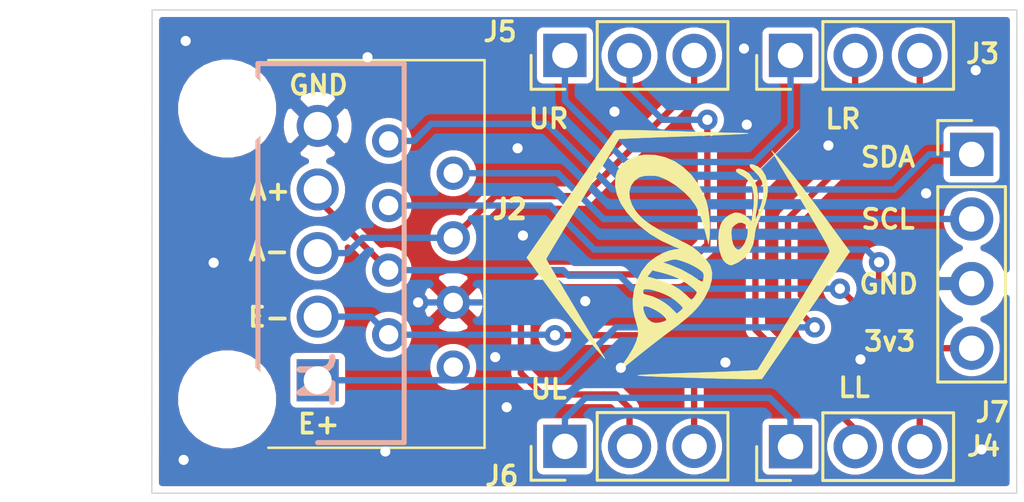
<source format=kicad_pcb>
(kicad_pcb (version 20171130) (host pcbnew 5.1.5+dfsg1-2build2)

  (general
    (thickness 1.6)
    (drawings 17)
    (tracks 119)
    (zones 0)
    (modules 8)
    (nets 13)
  )

  (page A4)
  (layers
    (0 F.Cu signal)
    (31 B.Cu signal)
    (32 B.Adhes user)
    (33 F.Adhes user)
    (34 B.Paste user)
    (35 F.Paste user)
    (36 B.SilkS user)
    (37 F.SilkS user)
    (38 B.Mask user)
    (39 F.Mask user)
    (40 Dwgs.User user)
    (41 Cmts.User user)
    (42 Eco1.User user)
    (43 Eco2.User user)
    (44 Edge.Cuts user)
    (45 Margin user)
    (46 B.CrtYd user)
    (47 F.CrtYd user)
    (48 B.Fab user)
    (49 F.Fab user)
  )

  (setup
    (last_trace_width 0.25)
    (trace_clearance 0.2)
    (zone_clearance 0.254)
    (zone_45_only no)
    (trace_min 0.2)
    (via_size 0.8)
    (via_drill 0.4)
    (via_min_size 0.4)
    (via_min_drill 0.3)
    (uvia_size 0.3)
    (uvia_drill 0.1)
    (uvias_allowed no)
    (uvia_min_size 0.2)
    (uvia_min_drill 0.1)
    (edge_width 0.05)
    (segment_width 0.2)
    (pcb_text_width 0.3)
    (pcb_text_size 1.5 1.5)
    (mod_edge_width 0.12)
    (mod_text_size 1 1)
    (mod_text_width 0.15)
    (pad_size 1.524 1.524)
    (pad_drill 0.762)
    (pad_to_mask_clearance 0.051)
    (solder_mask_min_width 0.25)
    (aux_axis_origin 0 0)
    (visible_elements FFFFFF7F)
    (pcbplotparams
      (layerselection 0x010fc_ffffffff)
      (usegerberextensions true)
      (usegerberattributes false)
      (usegerberadvancedattributes false)
      (creategerberjobfile false)
      (excludeedgelayer true)
      (linewidth 0.100000)
      (plotframeref false)
      (viasonmask false)
      (mode 1)
      (useauxorigin false)
      (hpglpennumber 1)
      (hpglpenspeed 20)
      (hpglpendiameter 15.000000)
      (psnegative false)
      (psa4output false)
      (plotreference true)
      (plotvalue false)
      (plotinvisibletext false)
      (padsonsilk false)
      (subtractmaskfromsilk true)
      (outputformat 1)
      (mirror false)
      (drillshape 0)
      (scaleselection 1)
      (outputdirectory "gerber/"))
  )

  (net 0 "")
  (net 1 +3V3)
  (net 2 GND)
  (net 3 "Net-(J1-Pad4)")
  (net 4 "Net-(J1-Pad3)")
  (net 5 "Net-(J1-Pad2)")
  (net 6 "Net-(J1-Pad1)")
  (net 7 "Net-(J3-Pad2)")
  (net 8 "Net-(J3-Pad1)")
  (net 9 "Net-(J4-Pad1)")
  (net 10 "Net-(J5-Pad2)")
  (net 11 "Net-(J2-Pad2)")
  (net 12 "Net-(J2-Pad1)")

  (net_class Default "Ceci est la Netclass par défaut."
    (clearance 0.2)
    (trace_width 0.25)
    (via_dia 0.8)
    (via_drill 0.4)
    (uvia_dia 0.3)
    (uvia_drill 0.1)
    (add_net +3V3)
    (add_net GND)
    (add_net "Net-(J1-Pad1)")
    (add_net "Net-(J1-Pad2)")
    (add_net "Net-(J1-Pad3)")
    (add_net "Net-(J1-Pad4)")
    (add_net "Net-(J2-Pad1)")
    (add_net "Net-(J2-Pad2)")
    (add_net "Net-(J3-Pad1)")
    (add_net "Net-(J3-Pad2)")
    (add_net "Net-(J4-Pad1)")
    (add_net "Net-(J5-Pad2)")
  )

  (module EcoApi_pcb:Logo_EcoApi (layer F.Cu) (tedit 0) (tstamp 63E43D2A)
    (at 181.82 96.5)
    (fp_text reference G*** (at 0 0) (layer F.SilkS) hide
      (effects (font (size 1.524 1.524) (thickness 0.3)))
    )
    (fp_text value LOGO (at 0.75 0) (layer F.SilkS) hide
      (effects (font (size 1.524 1.524) (thickness 0.3)))
    )
    (fp_poly (pts (xy 2.539818 -3.541219) (xy 2.747462 -3.458668) (xy 2.915634 -3.306758) (xy 3.038422 -3.093866)
      (xy 3.109916 -2.828366) (xy 3.122359 -2.716053) (xy 3.123858 -2.496624) (xy 3.094192 -2.268034)
      (xy 3.029401 -2.014027) (xy 2.925521 -1.718344) (xy 2.811621 -1.440888) (xy 2.71576 -1.205083)
      (xy 2.654248 -1.018262) (xy 2.620038 -0.855555) (xy 2.607259 -0.719548) (xy 2.551842 -0.402269)
      (xy 2.422704 -0.120562) (xy 2.225833 0.116332) (xy 1.967216 0.299172) (xy 1.937135 0.314653)
      (xy 1.795256 0.382715) (xy 1.700984 0.413639) (xy 1.626641 0.409021) (xy 1.544546 0.370456)
      (xy 1.493976 0.340181) (xy 1.381853 0.22717) (xy 1.293048 0.050447) (xy 1.229468 -0.171786)
      (xy 1.193019 -0.421328) (xy 1.185605 -0.679978) (xy 1.201963 -0.853487) (xy 1.694343 -0.853487)
      (xy 1.712698 -0.606837) (xy 1.762201 -0.407163) (xy 1.838574 -0.269629) (xy 1.866657 -0.24229)
      (xy 1.944076 -0.193137) (xy 2.009178 -0.202522) (xy 2.047964 -0.225823) (xy 2.117673 -0.297109)
      (xy 2.197163 -0.413638) (xy 2.237365 -0.486958) (xy 2.313716 -0.688987) (xy 2.344124 -0.883925)
      (xy 2.328314 -1.051997) (xy 2.266011 -1.173427) (xy 2.247147 -1.191027) (xy 2.108621 -1.26086)
      (xy 1.965135 -1.247599) (xy 1.823581 -1.160403) (xy 1.740175 -1.07649) (xy 1.702585 -0.986834)
      (xy 1.694343 -0.853487) (xy 1.201963 -0.853487) (xy 1.209133 -0.929533) (xy 1.265507 -1.151793)
      (xy 1.324407 -1.279471) (xy 1.333849 -1.291166) (xy 2.582333 -1.291166) (xy 2.6035 -1.27)
      (xy 2.624666 -1.291166) (xy 2.6035 -1.312333) (xy 2.582333 -1.291166) (xy 1.333849 -1.291166)
      (xy 1.450656 -1.435835) (xy 1.616344 -1.560793) (xy 1.793969 -1.636547) (xy 1.898558 -1.651)
      (xy 2.05989 -1.619558) (xy 2.231767 -1.537558) (xy 2.375735 -1.423494) (xy 2.379077 -1.419924)
      (xy 2.484288 -1.306459) (xy 2.53331 -1.603301) (xy 2.580779 -2.002005) (xy 2.579242 -2.336155)
      (xy 2.52722 -2.611264) (xy 2.423235 -2.832847) (xy 2.265809 -3.006418) (xy 2.132817 -3.096843)
      (xy 1.980976 -3.187567) (xy 1.896931 -3.253418) (xy 1.871427 -3.304614) (xy 1.895208 -3.351374)
      (xy 1.898863 -3.35513) (xy 1.976775 -3.378574) (xy 2.096179 -3.355455) (xy 2.234228 -3.294243)
      (xy 2.368074 -3.203411) (xy 2.410473 -3.165438) (xy 2.584174 -2.938026) (xy 2.693435 -2.656682)
      (xy 2.737993 -2.322702) (xy 2.717583 -1.937382) (xy 2.693079 -1.779655) (xy 2.665542 -1.616438)
      (xy 2.647574 -1.488378) (xy 2.641837 -1.415522) (xy 2.643521 -1.406367) (xy 2.669237 -1.428224)
      (xy 2.710151 -1.514316) (xy 2.760493 -1.646853) (xy 2.814493 -1.808042) (xy 2.866379 -1.980089)
      (xy 2.91038 -2.145203) (xy 2.940726 -2.285591) (xy 2.950066 -2.351487) (xy 2.952493 -2.640826)
      (xy 2.895365 -2.884203) (xy 2.771151 -3.098661) (xy 2.572323 -3.301243) (xy 2.506927 -3.354502)
      (xy 2.437344 -3.431921) (xy 2.413 -3.497377) (xy 2.431302 -3.543524) (xy 2.50004 -3.548103)
      (xy 2.539818 -3.541219)) (layer F.SilkS) (width 0.01))
    (fp_poly (pts (xy -2.278746 -4.895423) (xy -2.017714 -4.890985) (xy -1.694712 -4.883629) (xy -1.303371 -4.873324)
      (xy -0.837321 -4.86004) (xy -0.544138 -4.851373) (xy -0.099421 -4.838284) (xy 0.328668 -4.82603)
      (xy 0.730986 -4.81485) (xy 1.09839 -4.804981) (xy 1.421736 -4.796663) (xy 1.691882 -4.790134)
      (xy 1.899684 -4.785632) (xy 2.036001 -4.783395) (xy 2.070805 -4.78319) (xy 2.217604 -4.780507)
      (xy 2.320824 -4.772974) (xy 2.36172 -4.762105) (xy 2.360883 -4.759773) (xy 2.314806 -4.753236)
      (xy 2.193017 -4.744414) (xy 2.004429 -4.733732) (xy 1.757954 -4.721616) (xy 1.462505 -4.708491)
      (xy 1.126992 -4.694784) (xy 0.760329 -4.680921) (xy 0.565245 -4.673964) (xy 0.149491 -4.659328)
      (xy -0.270836 -4.644334) (xy -0.681242 -4.629512) (xy -1.067236 -4.615393) (xy -1.414323 -4.602508)
      (xy -1.708011 -4.591388) (xy -1.933807 -4.582562) (xy -1.961619 -4.581441) (xy -2.716738 -4.550833)
      (xy -4.152369 -2.204214) (xy -4.399998 -1.799012) (xy -4.634109 -1.41508) (xy -4.85102 -1.05851)
      (xy -5.047052 -0.735392) (xy -5.218524 -0.451816) (xy -5.361756 -0.213873) (xy -5.473068 -0.027654)
      (xy -5.548779 0.100752) (xy -5.58521 0.165253) (xy -5.588 0.17164) (xy -5.567098 0.210896)
      (xy -5.507608 0.314704) (xy -5.414353 0.474926) (xy -5.292159 0.683424) (xy -5.14585 0.93206)
      (xy -4.98025 1.212698) (xy -4.800183 1.517198) (xy -4.610475 1.837424) (xy -4.41595 2.165238)
      (xy -4.221431 2.492501) (xy -4.031743 2.811076) (xy -3.851711 3.112826) (xy -3.686159 3.389612)
      (xy -3.539912 3.633297) (xy -3.417794 3.835743) (xy -3.336916 3.96875) (xy -3.287342 4.05625)
      (xy -3.268203 4.103587) (xy -3.269936 4.106334) (xy -3.301282 4.075582) (xy -3.378592 3.989854)
      (xy -3.4933 3.858942) (xy -3.636838 3.692634) (xy -3.800639 3.500724) (xy -3.825576 3.471337)
      (xy -3.977108 3.287618) (xy -4.168342 3.047816) (xy -4.389547 2.764582) (xy -4.630988 2.450569)
      (xy -4.882932 2.118427) (xy -5.135645 1.780808) (xy -5.359887 1.477012) (xy -6.355731 0.117683)
      (xy -6.188976 -0.121075) (xy -6.135699 -0.197778) (xy -6.038984 -0.337468) (xy -5.903465 -0.533437)
      (xy -5.733777 -0.778977) (xy -5.534552 -1.06738) (xy -5.310426 -1.391937) (xy -5.066032 -1.745939)
      (xy -4.806003 -2.122678) (xy -4.534975 -2.515445) (xy -4.488825 -2.582333) (xy -4.220489 -2.970917)
      (xy -3.965382 -3.339679) (xy -3.727721 -3.682569) (xy -3.511721 -3.993536) (xy -3.321599 -4.266528)
      (xy -3.16157 -4.495494) (xy -3.035851 -4.674382) (xy -2.948657 -4.797141) (xy -2.904204 -4.857721)
      (xy -2.90027 -4.862433) (xy -2.877296 -4.874879) (xy -2.83057 -4.884586) (xy -2.753721 -4.891524)
      (xy -2.64038 -4.895662) (xy -2.484179 -4.896972) (xy -2.278746 -4.895423)) (layer F.SilkS) (width 0.01))
    (fp_poly (pts (xy -1.302452 -3.915582) (xy -0.906336 -3.826672) (xy -0.532852 -3.663221) (xy -0.188345 -3.43)
      (xy 0.120841 -3.131778) (xy 0.388362 -2.773327) (xy 0.607872 -2.359415) (xy 0.708028 -2.103542)
      (xy 0.764527 -1.886595) (xy 0.808298 -1.614011) (xy 0.83711 -1.314168) (xy 0.848728 -1.015445)
      (xy 0.840922 -0.746219) (xy 0.825652 -0.608504) (xy 0.793449 -0.402166) (xy 0.694041 -0.792166)
      (xy 0.597659 -1.148846) (xy 0.506525 -1.437485) (xy 0.414841 -1.673981) (xy 0.316809 -1.874237)
      (xy 0.269941 -1.955343) (xy 0.083124 -2.208254) (xy -0.16349 -2.460632) (xy -0.447294 -2.6925)
      (xy -0.745683 -2.883877) (xy -0.83163 -2.928907) (xy -1.012509 -3.01485) (xy -1.150069 -3.067322)
      (xy -1.274732 -3.094453) (xy -1.41692 -3.104372) (xy -1.492058 -3.105374) (xy -1.737129 -3.091816)
      (xy -1.907869 -3.048041) (xy -1.931708 -3.03657) (xy -2.128631 -2.889991) (xy -2.257476 -2.700799)
      (xy -2.316801 -2.478613) (xy -2.305161 -2.233053) (xy -2.221114 -1.973738) (xy -2.118748 -1.789675)
      (xy -1.994633 -1.62027) (xy -1.848682 -1.462941) (xy -1.671234 -1.310892) (xy -1.452628 -1.157332)
      (xy -1.183204 -0.995466) (xy -0.853301 -0.818502) (xy -0.458369 -0.622119) (xy -0.20294 -0.496527)
      (xy -0.007966 -0.394587) (xy 0.143457 -0.305543) (xy 0.268235 -0.21864) (xy 0.383271 -0.123121)
      (xy 0.503668 -0.009985) (xy 0.642503 0.135423) (xy 0.763839 0.280743) (xy 0.849342 0.403227)
      (xy 0.872348 0.44741) (xy 0.93624 0.707362) (xy 0.922698 0.99702) (xy 0.832369 1.313352)
      (xy 0.665901 1.653327) (xy 0.587696 1.780555) (xy 0.458134 1.964428) (xy 0.307603 2.143457)
      (xy 0.125959 2.327153) (xy -0.096938 2.525025) (xy -0.37123 2.746583) (xy -0.70706 3.001339)
      (xy -0.740834 3.026357) (xy -1.01195 3.229925) (xy -1.318917 3.465421) (xy -1.632761 3.710314)
      (xy -1.924507 3.942071) (xy -2.074334 4.063355) (xy -2.277992 4.229136) (xy -2.461585 4.377427)
      (xy -2.614196 4.499502) (xy -2.724905 4.586634) (xy -2.782793 4.630099) (xy -2.786324 4.632359)
      (xy -2.79021 4.618207) (xy -2.750143 4.551033) (xy -2.67446 4.444405) (xy -2.654273 4.417545)
      (xy -2.38139 4.035397) (xy -2.177675 3.699307) (xy -2.042357 3.407616) (xy -1.974667 3.158661)
      (xy -1.973833 2.950781) (xy -1.973965 2.950017) (xy -1.99962 2.83872) (xy -2.043027 2.683599)
      (xy -2.087793 2.54) (xy -2.170407 2.165025) (xy -2.173873 2.059145) (xy -1.770587 2.059145)
      (xy -1.765467 2.159683) (xy -1.724833 2.29588) (xy -1.661388 2.433796) (xy -1.59287 2.534046)
      (xy -1.451315 2.646943) (xy -1.285746 2.690673) (xy -1.084569 2.666791) (xy -0.943303 2.62117)
      (xy -0.870752 2.585113) (xy -0.868339 2.539072) (xy -0.899314 2.48749) (xy -0.985827 2.390827)
      (xy -1.111455 2.291444) (xy -1.259819 2.197393) (xy -1.414544 2.116727) (xy -1.559251 2.057496)
      (xy -1.677565 2.027752) (xy -1.753108 2.035545) (xy -1.770587 2.059145) (xy -2.173873 2.059145)
      (xy -2.183204 1.774167) (xy -2.140083 1.456779) (xy -1.778 1.456779) (xy -1.764825 1.525335)
      (xy -1.710198 1.564103) (xy -1.606025 1.587947) (xy -1.3955 1.648957) (xy -1.158318 1.757951)
      (xy -0.923301 1.898955) (xy -0.719269 2.055995) (xy -0.660052 2.112259) (xy -0.452269 2.323677)
      (xy -0.334311 2.230755) (xy -0.254968 2.159315) (xy -0.215028 2.105941) (xy -0.214009 2.10121)
      (xy -0.243817 2.047002) (xy -0.325416 1.96085) (xy -0.440756 1.858667) (xy -0.571785 1.756366)
      (xy -0.700452 1.669859) (xy -0.709367 1.664532) (xy -0.891368 1.5713) (xy -1.103333 1.484552)
      (xy -1.317789 1.413616) (xy -1.507267 1.367822) (xy -1.61925 1.35556) (xy -1.724095 1.361805)
      (xy -1.768939 1.392431) (xy -1.778 1.456779) (xy -2.140083 1.456779) (xy -2.130121 1.383456)
      (xy -2.015094 1.008924) (xy -1.943776 0.867834) (xy -1.6088 0.867834) (xy -1.47115 0.90177)
      (xy -1.033467 1.028702) (xy -0.667747 1.177784) (xy -0.36294 1.354504) (xy -0.107998 1.564353)
      (xy -0.078653 1.593628) (xy 0.020605 1.690826) (xy 0.096218 1.75763) (xy 0.127852 1.778)
      (xy 0.167255 1.74731) (xy 0.231787 1.671595) (xy 0.246038 1.652714) (xy 0.307264 1.559423)
      (xy 0.337867 1.492262) (xy 0.338666 1.485707) (xy 0.304875 1.429831) (xy 0.214521 1.343563)
      (xy 0.084137 1.239242) (xy -0.069748 1.129207) (xy -0.230601 1.025794) (xy -0.381891 0.941343)
      (xy -0.407529 0.928774) (xy -0.586315 0.853991) (xy -0.804651 0.777617) (xy -1.019073 0.714694)
      (xy -1.045388 0.70804) (xy -1.408639 0.618364) (xy -1.508719 0.743099) (xy -1.6088 0.867834)
      (xy -1.943776 0.867834) (xy -1.842056 0.666603) (xy -1.614945 0.372523) (xy -1.5468 0.305828)
      (xy -0.994834 0.305828) (xy -0.719667 0.399925) (xy -0.270953 0.586011) (xy 0.150466 0.823525)
      (xy 0.296333 0.923812) (xy 0.417172 1.004564) (xy 0.512052 1.054562) (xy 0.560827 1.063232)
      (xy 0.561239 1.062869) (xy 0.584581 1.003954) (xy 0.601514 0.897221) (xy 0.603572 0.870985)
      (xy 0.604039 0.780986) (xy 0.581438 0.714738) (xy 0.52061 0.650219) (xy 0.406395 0.56541)
      (xy 0.381 0.547683) (xy 0.220768 0.452369) (xy 0.020861 0.355759) (xy -0.176535 0.278165)
      (xy -0.183967 0.275683) (xy -0.34956 0.222336) (xy -0.463078 0.194135) (xy -0.552654 0.189114)
      (xy -0.646423 0.205307) (xy -0.755467 0.235754) (xy -0.994834 0.305828) (xy -1.5468 0.305828)
      (xy -1.536978 0.296215) (xy -1.287745 0.102623) (xy -1.012095 -0.053835) (xy -0.735958 -0.160121)
      (xy -0.554218 -0.197931) (xy -0.326017 -0.224958) (xy -0.528433 -0.304468) (xy -1.052222 -0.541599)
      (xy -1.515679 -0.820917) (xy -1.937594 -1.154475) (xy -2.116667 -1.323261) (xy -2.421756 -1.664922)
      (xy -2.650885 -2.008851) (xy -2.801728 -2.350548) (xy -2.871959 -2.685515) (xy -2.877049 -2.794)
      (xy -2.857967 -3.06477) (xy -2.792188 -3.28404) (xy -2.671411 -3.47577) (xy -2.620482 -3.53447)
      (xy -2.385851 -3.726877) (xy -2.095009 -3.856264) (xy -1.748593 -3.922358) (xy -1.714854 -3.925181)
      (xy -1.302452 -3.915582)) (layer F.SilkS) (width 0.01))
    (fp_poly (pts (xy 3.28081 -4.096965) (xy 3.29665 -4.080266) (xy 3.316566 -4.058601) (xy 3.331755 -4.042833)
      (xy 3.47461 -3.890131) (xy 3.6601 -3.67557) (xy 3.882299 -3.406647) (xy 4.13528 -3.090857)
      (xy 4.413114 -2.735698) (xy 4.709876 -2.348666) (xy 5.019637 -1.937256) (xy 5.336471 -1.508964)
      (xy 5.351727 -1.488149) (xy 6.354132 -0.119866) (xy 6.160653 0.162317) (xy 6.102482 0.246877)
      (xy 6.000904 0.394217) (xy 5.86066 0.59747) (xy 5.68649 0.849773) (xy 5.483135 1.14426)
      (xy 5.255335 1.474067) (xy 5.007832 1.832328) (xy 4.745365 2.212179) (xy 4.472675 2.606755)
      (xy 4.431035 2.667) (xy 2.894896 4.8895) (xy 2.389364 4.894218) (xy 2.245082 4.893761)
      (xy 2.026867 4.890629) (xy 1.745403 4.885082) (xy 1.411374 4.877381) (xy 1.035463 4.867787)
      (xy 0.628353 4.85656) (xy 0.200728 4.843961) (xy -0.236728 4.830252) (xy -0.254 4.829693)
      (xy -0.706748 4.814848) (xy -1.093553 4.801551) (xy -1.413104 4.78951) (xy -1.66409 4.778432)
      (xy -1.845198 4.768023) (xy -1.955119 4.75799) (xy -1.992541 4.748041) (xy -1.956153 4.737882)
      (xy -1.844643 4.72722) (xy -1.6567 4.715762) (xy -1.391014 4.703215) (xy -1.046272 4.689286)
      (xy -0.621164 4.673681) (xy -0.114378 4.656107) (xy 0.475396 4.636272) (xy 0.635 4.630957)
      (xy 1.043976 4.616832) (xy 1.426967 4.602593) (xy 1.775691 4.588622) (xy 2.081867 4.575296)
      (xy 2.337213 4.562996) (xy 2.533449 4.552101) (xy 2.662293 4.54299) (xy 2.715464 4.536043)
      (xy 2.716207 4.535586) (xy 2.743541 4.494747) (xy 2.810275 4.389017) (xy 2.911845 4.225863)
      (xy 3.043687 4.012752) (xy 3.201237 3.757152) (xy 3.379933 3.466529) (xy 3.575209 3.148351)
      (xy 3.782502 2.810084) (xy 3.99725 2.459196) (xy 4.214887 2.103153) (xy 4.43085 1.749423)
      (xy 4.640576 1.405472) (xy 4.8395 1.078769) (xy 5.02306 0.776779) (xy 5.18669 0.50697)
      (xy 5.325829 0.276809) (xy 5.435911 0.093763) (xy 5.512373 -0.034701) (xy 5.550652 -0.101116)
      (xy 5.553608 -0.106902) (xy 5.556407 -0.137317) (xy 5.542965 -0.189297) (xy 5.510144 -0.268552)
      (xy 5.454808 -0.380792) (xy 5.37382 -0.531727) (xy 5.264043 -0.727065) (xy 5.12234 -0.972517)
      (xy 4.945575 -1.273792) (xy 4.73061 -1.6366) (xy 4.506994 -2.011902) (xy 4.238563 -2.461531)
      (xy 4.010417 -2.843619) (xy 3.819539 -3.163381) (xy 3.662911 -3.426031) (xy 3.537517 -3.636785)
      (xy 3.440338 -3.800856) (xy 3.368357 -3.923459) (xy 3.318557 -4.009809) (xy 3.287919 -4.06512)
      (xy 3.273427 -4.094607) (xy 3.272064 -4.103483) (xy 3.28081 -4.096965)) (layer F.SilkS) (width 0.01))
  )

  (module EcoApi_pcb:54601908WPLF (layer F.Cu) (tedit 63E40410) (tstamp 63E4085C)
    (at 170.04 92.03 270)
    (descr 54601-908WPLF-1)
    (tags Connector)
    (path /63E3773A)
    (fp_text reference J2 (at 2.69 -4.76 180) (layer F.SilkS)
      (effects (font (size 0.75 0.75) (thickness 0.1875)))
    )
    (fp_text value RJ45 (at 4.445 5.23 90) (layer F.SilkS) hide
      (effects (font (size 1.27 1.27) (thickness 0.254)))
    )
    (fp_line (start 12.065 -3.77) (end 12.065 4.73) (layer F.SilkS) (width 0.1))
    (fp_line (start -3.175 -3.77) (end 12.065 -3.77) (layer F.SilkS) (width 0.1))
    (fp_line (start -3.175 4.73) (end -3.175 -3.77) (layer F.SilkS) (width 0.1))
    (fp_line (start -4.175 15.23) (end -4.175 -4.77) (layer F.CrtYd) (width 0.1))
    (fp_line (start 13.065 15.23) (end -4.175 15.23) (layer F.CrtYd) (width 0.1))
    (fp_line (start 13.065 -4.77) (end 13.065 15.23) (layer F.CrtYd) (width 0.1))
    (fp_line (start -4.175 -4.77) (end 13.065 -4.77) (layer F.CrtYd) (width 0.1))
    (fp_line (start -3.175 14.23) (end -3.175 -3.77) (layer F.Fab) (width 0.2))
    (fp_line (start 12.065 14.23) (end -3.175 14.23) (layer F.Fab) (width 0.2))
    (fp_line (start 12.065 -3.77) (end 12.065 14.23) (layer F.Fab) (width 0.2))
    (fp_line (start -3.175 -3.77) (end 12.065 -3.77) (layer F.Fab) (width 0.2))
    (fp_text user %R (at 4.445 5.23 90) (layer F.Fab)
      (effects (font (size 1.27 1.27) (thickness 0.254)))
    )
    (pad MH2 np_thru_hole circle (at 10.161 6.35 270) (size 3.35 3.35) (drill 3.35) (layers *.Cu *.Mask))
    (pad MH1 np_thru_hole circle (at -1.271 6.35 270) (size 3.35 3.35) (drill 3.35) (layers *.Cu *.Mask))
    (pad 8 thru_hole circle (at 8.89 -2.54 270) (size 1.303 1.303) (drill 0.76) (layers *.Cu *.Mask)
      (net 6 "Net-(J1-Pad1)"))
    (pad 7 thru_hole circle (at 7.62 0 270) (size 1.303 1.303) (drill 0.76) (layers *.Cu *.Mask)
      (net 5 "Net-(J1-Pad2)"))
    (pad 6 thru_hole circle (at 6.35 -2.54 270) (size 1.303 1.303) (drill 0.76) (layers *.Cu *.Mask)
      (net 2 GND))
    (pad 5 thru_hole circle (at 5.08 0 270) (size 1.303 1.303) (drill 0.76) (layers *.Cu *.Mask)
      (net 3 "Net-(J1-Pad4)"))
    (pad 4 thru_hole circle (at 3.81 -2.54 270) (size 1.303 1.303) (drill 0.76) (layers *.Cu *.Mask)
      (net 4 "Net-(J1-Pad3)"))
    (pad 3 thru_hole circle (at 2.54 0 270) (size 1.303 1.303) (drill 0.76) (layers *.Cu *.Mask)
      (net 1 +3V3))
    (pad 2 thru_hole circle (at 1.27 -2.54 270) (size 1.303 1.303) (drill 0.76) (layers *.Cu *.Mask)
      (net 11 "Net-(J2-Pad2)"))
    (pad 1 thru_hole circle (at 0 0 270) (size 1.303 1.303) (drill 0.76) (layers *.Cu *.Mask)
      (net 12 "Net-(J2-Pad1)"))
    (model :EcoApi_pcb:54601-908WPLF.stp
      (offset (xyz 4.449999742432738 -14.2299993285232 11.4999998272873))
      (scale (xyz 1 1 1))
      (rotate (xyz -180 0 0))
    )
  )

  (module EcoApi_pcb:SHDR5W64P0X250_1X5_1490X575X700P (layer B.Cu) (tedit 61D73BF8) (tstamp 63E41246)
    (at 167.25 101.44 90)
    (descr "B5B-XH-A (LF)(SN)")
    (tags Connector)
    (path /63E470C4)
    (fp_text reference J1 (at 0 0 90) (layer B.SilkS)
      (effects (font (size 1.27 1.27) (thickness 0.254)) (justify mirror))
    )
    (fp_text value B5B-XH-A__LF__SN_ (at 0 0 90) (layer B.SilkS) hide
      (effects (font (size 1.27 1.27) (thickness 0.254)) (justify mirror))
    )
    (fp_line (start -2.45 3.4) (end -2.45 0) (layer B.SilkS) (width 0.2))
    (fp_line (start 12.45 3.4) (end -2.45 3.4) (layer B.SilkS) (width 0.2))
    (fp_line (start 12.45 -2.35) (end 12.45 3.4) (layer B.SilkS) (width 0.2))
    (fp_line (start 0 -2.35) (end 12.45 -2.35) (layer B.SilkS) (width 0.2))
    (fp_line (start 12.45 -2.35) (end -2.45 -2.35) (layer B.Fab) (width 0.1))
    (fp_line (start 12.45 3.4) (end 12.45 -2.35) (layer B.Fab) (width 0.1))
    (fp_line (start -2.45 3.4) (end 12.45 3.4) (layer B.Fab) (width 0.1))
    (fp_line (start -2.45 -2.35) (end -2.45 3.4) (layer B.Fab) (width 0.1))
    (fp_line (start 12.7 -2.6) (end -2.7 -2.6) (layer B.CrtYd) (width 0.05))
    (fp_line (start 12.7 3.65) (end 12.7 -2.6) (layer B.CrtYd) (width 0.05))
    (fp_line (start -2.7 3.65) (end 12.7 3.65) (layer B.CrtYd) (width 0.05))
    (fp_line (start -2.7 -2.6) (end -2.7 3.65) (layer B.CrtYd) (width 0.05))
    (fp_text user %R (at 0 0 90) (layer B.Fab)
      (effects (font (size 1.27 1.27) (thickness 0.254)) (justify mirror))
    )
    (pad 5 thru_hole circle (at 10 0 90) (size 1.65 1.65) (drill 1.1) (layers *.Cu *.Mask)
      (net 2 GND))
    (pad 4 thru_hole circle (at 7.5 0 90) (size 1.65 1.65) (drill 1.1) (layers *.Cu *.Mask)
      (net 3 "Net-(J1-Pad4)"))
    (pad 3 thru_hole circle (at 5 0 90) (size 1.65 1.65) (drill 1.1) (layers *.Cu *.Mask)
      (net 4 "Net-(J1-Pad3)"))
    (pad 2 thru_hole circle (at 2.5 0 90) (size 1.65 1.65) (drill 1.1) (layers *.Cu *.Mask)
      (net 5 "Net-(J1-Pad2)"))
    (pad 1 thru_hole rect (at 0 0 90) (size 1.65 1.65) (drill 1.1) (layers *.Cu *.Mask)
      (net 6 "Net-(J1-Pad1)"))
    (model :EcoApi_pcb:B5B-XH-A__LF__SN_.stp
      (at (xyz 0 0 0))
      (scale (xyz 1 1 1))
      (rotate (xyz 0 0 0))
    )
  )

  (module Connector_PinHeader_2.54mm:PinHeader_1x04_P2.54mm_Vertical (layer F.Cu) (tedit 59FED5CC) (tstamp 63E408D0)
    (at 192.96 92.56)
    (descr "Through hole straight pin header, 1x04, 2.54mm pitch, single row")
    (tags "Through hole pin header THT 1x04 2.54mm single row")
    (path /63E77FDD)
    (fp_text reference J7 (at 0.81 10.14) (layer F.SilkS)
      (effects (font (size 0.75 0.75) (thickness 0.15)))
    )
    (fp_text value Conn_01x04 (at 0 9.95) (layer F.Fab) hide
      (effects (font (size 1 1) (thickness 0.15)))
    )
    (fp_text user %R (at 0 3.81 90) (layer F.Fab)
      (effects (font (size 1 1) (thickness 0.15)))
    )
    (fp_line (start 1.8 -1.8) (end -1.8 -1.8) (layer F.CrtYd) (width 0.05))
    (fp_line (start 1.8 9.4) (end 1.8 -1.8) (layer F.CrtYd) (width 0.05))
    (fp_line (start -1.8 9.4) (end 1.8 9.4) (layer F.CrtYd) (width 0.05))
    (fp_line (start -1.8 -1.8) (end -1.8 9.4) (layer F.CrtYd) (width 0.05))
    (fp_line (start -1.33 -1.33) (end 0 -1.33) (layer F.SilkS) (width 0.12))
    (fp_line (start -1.33 0) (end -1.33 -1.33) (layer F.SilkS) (width 0.12))
    (fp_line (start -1.33 1.27) (end 1.33 1.27) (layer F.SilkS) (width 0.12))
    (fp_line (start 1.33 1.27) (end 1.33 8.95) (layer F.SilkS) (width 0.12))
    (fp_line (start -1.33 1.27) (end -1.33 8.95) (layer F.SilkS) (width 0.12))
    (fp_line (start -1.33 8.95) (end 1.33 8.95) (layer F.SilkS) (width 0.12))
    (fp_line (start -1.27 -0.635) (end -0.635 -1.27) (layer F.Fab) (width 0.1))
    (fp_line (start -1.27 8.89) (end -1.27 -0.635) (layer F.Fab) (width 0.1))
    (fp_line (start 1.27 8.89) (end -1.27 8.89) (layer F.Fab) (width 0.1))
    (fp_line (start 1.27 -1.27) (end 1.27 8.89) (layer F.Fab) (width 0.1))
    (fp_line (start -0.635 -1.27) (end 1.27 -1.27) (layer F.Fab) (width 0.1))
    (pad 4 thru_hole oval (at 0 7.62) (size 1.7 1.7) (drill 1) (layers *.Cu *.Mask)
      (net 1 +3V3))
    (pad 3 thru_hole oval (at 0 5.08) (size 1.7 1.7) (drill 1) (layers *.Cu *.Mask)
      (net 2 GND))
    (pad 2 thru_hole oval (at 0 2.54) (size 1.7 1.7) (drill 1) (layers *.Cu *.Mask)
      (net 11 "Net-(J2-Pad2)"))
    (pad 1 thru_hole rect (at 0 0) (size 1.7 1.7) (drill 1) (layers *.Cu *.Mask)
      (net 12 "Net-(J2-Pad1)"))
    (model ${KISYS3DMOD}/Connector_PinHeader_2.54mm.3dshapes/PinHeader_1x04_P2.54mm_Vertical.wrl
      (at (xyz 0 0 0))
      (scale (xyz 1 1 1))
      (rotate (xyz 0 0 0))
    )
  )

  (module Connector_PinHeader_2.54mm:PinHeader_1x03_P2.54mm_Vertical (layer F.Cu) (tedit 59FED5CC) (tstamp 63E408B8)
    (at 176.97 104.04 90)
    (descr "Through hole straight pin header, 1x03, 2.54mm pitch, single row")
    (tags "Through hole pin header THT 1x03 2.54mm single row")
    (path /63E3B926)
    (fp_text reference J6 (at -1.16 -2.48 180) (layer F.SilkS)
      (effects (font (size 0.75 0.75) (thickness 0.15)))
    )
    (fp_text value Conn_01x03 (at 0 7.41 90) (layer F.Fab) hide
      (effects (font (size 1 1) (thickness 0.15)))
    )
    (fp_text user %R (at 0 2.54) (layer F.Fab)
      (effects (font (size 1 1) (thickness 0.15)))
    )
    (fp_line (start 1.8 -1.8) (end -1.8 -1.8) (layer F.CrtYd) (width 0.05))
    (fp_line (start 1.8 6.85) (end 1.8 -1.8) (layer F.CrtYd) (width 0.05))
    (fp_line (start -1.8 6.85) (end 1.8 6.85) (layer F.CrtYd) (width 0.05))
    (fp_line (start -1.8 -1.8) (end -1.8 6.85) (layer F.CrtYd) (width 0.05))
    (fp_line (start -1.33 -1.33) (end 0 -1.33) (layer F.SilkS) (width 0.12))
    (fp_line (start -1.33 0) (end -1.33 -1.33) (layer F.SilkS) (width 0.12))
    (fp_line (start -1.33 1.27) (end 1.33 1.27) (layer F.SilkS) (width 0.12))
    (fp_line (start 1.33 1.27) (end 1.33 6.41) (layer F.SilkS) (width 0.12))
    (fp_line (start -1.33 1.27) (end -1.33 6.41) (layer F.SilkS) (width 0.12))
    (fp_line (start -1.33 6.41) (end 1.33 6.41) (layer F.SilkS) (width 0.12))
    (fp_line (start -1.27 -0.635) (end -0.635 -1.27) (layer F.Fab) (width 0.1))
    (fp_line (start -1.27 6.35) (end -1.27 -0.635) (layer F.Fab) (width 0.1))
    (fp_line (start 1.27 6.35) (end -1.27 6.35) (layer F.Fab) (width 0.1))
    (fp_line (start 1.27 -1.27) (end 1.27 6.35) (layer F.Fab) (width 0.1))
    (fp_line (start -0.635 -1.27) (end 1.27 -1.27) (layer F.Fab) (width 0.1))
    (pad 3 thru_hole oval (at 0 5.08 90) (size 1.7 1.7) (drill 1) (layers *.Cu *.Mask)
      (net 5 "Net-(J1-Pad2)"))
    (pad 2 thru_hole oval (at 0 2.54 90) (size 1.7 1.7) (drill 1) (layers *.Cu *.Mask)
      (net 10 "Net-(J5-Pad2)"))
    (pad 1 thru_hole rect (at 0 0 90) (size 1.7 1.7) (drill 1) (layers *.Cu *.Mask)
      (net 9 "Net-(J4-Pad1)"))
    (model ${KISYS3DMOD}/Connector_PinHeader_2.54mm.3dshapes/PinHeader_1x03_P2.54mm_Vertical.wrl
      (at (xyz 0 0 0))
      (scale (xyz 1 1 1))
      (rotate (xyz 0 0 0))
    )
  )

  (module Connector_PinHeader_2.54mm:PinHeader_1x03_P2.54mm_Vertical (layer F.Cu) (tedit 59FED5CC) (tstamp 63E408A1)
    (at 176.97 88.67 90)
    (descr "Through hole straight pin header, 1x03, 2.54mm pitch, single row")
    (tags "Through hole pin header THT 1x03 2.54mm single row")
    (path /63E3C260)
    (fp_text reference J5 (at 0.93 -2.55 180) (layer F.SilkS)
      (effects (font (size 0.75 0.75) (thickness 0.15)))
    )
    (fp_text value Conn_01x03 (at 0 7.41 90) (layer F.Fab) hide
      (effects (font (size 1 1) (thickness 0.15)))
    )
    (fp_text user %R (at 0 2.54) (layer F.Fab)
      (effects (font (size 1 1) (thickness 0.15)))
    )
    (fp_line (start 1.8 -1.8) (end -1.8 -1.8) (layer F.CrtYd) (width 0.05))
    (fp_line (start 1.8 6.85) (end 1.8 -1.8) (layer F.CrtYd) (width 0.05))
    (fp_line (start -1.8 6.85) (end 1.8 6.85) (layer F.CrtYd) (width 0.05))
    (fp_line (start -1.8 -1.8) (end -1.8 6.85) (layer F.CrtYd) (width 0.05))
    (fp_line (start -1.33 -1.33) (end 0 -1.33) (layer F.SilkS) (width 0.12))
    (fp_line (start -1.33 0) (end -1.33 -1.33) (layer F.SilkS) (width 0.12))
    (fp_line (start -1.33 1.27) (end 1.33 1.27) (layer F.SilkS) (width 0.12))
    (fp_line (start 1.33 1.27) (end 1.33 6.41) (layer F.SilkS) (width 0.12))
    (fp_line (start -1.33 1.27) (end -1.33 6.41) (layer F.SilkS) (width 0.12))
    (fp_line (start -1.33 6.41) (end 1.33 6.41) (layer F.SilkS) (width 0.12))
    (fp_line (start -1.27 -0.635) (end -0.635 -1.27) (layer F.Fab) (width 0.1))
    (fp_line (start -1.27 6.35) (end -1.27 -0.635) (layer F.Fab) (width 0.1))
    (fp_line (start 1.27 6.35) (end -1.27 6.35) (layer F.Fab) (width 0.1))
    (fp_line (start 1.27 -1.27) (end 1.27 6.35) (layer F.Fab) (width 0.1))
    (fp_line (start -0.635 -1.27) (end 1.27 -1.27) (layer F.Fab) (width 0.1))
    (pad 3 thru_hole oval (at 0 5.08 90) (size 1.7 1.7) (drill 1) (layers *.Cu *.Mask)
      (net 4 "Net-(J1-Pad3)"))
    (pad 2 thru_hole oval (at 0 2.54 90) (size 1.7 1.7) (drill 1) (layers *.Cu *.Mask)
      (net 10 "Net-(J5-Pad2)"))
    (pad 1 thru_hole rect (at 0 0 90) (size 1.7 1.7) (drill 1) (layers *.Cu *.Mask)
      (net 8 "Net-(J3-Pad1)"))
    (model ${KISYS3DMOD}/Connector_PinHeader_2.54mm.3dshapes/PinHeader_1x03_P2.54mm_Vertical.wrl
      (at (xyz 0 0 0))
      (scale (xyz 1 1 1))
      (rotate (xyz 0 0 0))
    )
  )

  (module Connector_PinHeader_2.54mm:PinHeader_1x03_P2.54mm_Vertical (layer F.Cu) (tedit 59FED5CC) (tstamp 63E4088A)
    (at 185.84 104.05 90)
    (descr "Through hole straight pin header, 1x03, 2.54mm pitch, single row")
    (tags "Through hole pin header THT 1x03 2.54mm single row")
    (path /63E3CAEE)
    (fp_text reference J4 (at 0.01 7.59 180) (layer F.SilkS)
      (effects (font (size 0.75 0.75) (thickness 0.15)))
    )
    (fp_text value Conn_01x03 (at 0 7.41 90) (layer F.Fab) hide
      (effects (font (size 1 1) (thickness 0.15)))
    )
    (fp_text user %R (at 0 2.54) (layer F.Fab)
      (effects (font (size 1 1) (thickness 0.15)))
    )
    (fp_line (start 1.8 -1.8) (end -1.8 -1.8) (layer F.CrtYd) (width 0.05))
    (fp_line (start 1.8 6.85) (end 1.8 -1.8) (layer F.CrtYd) (width 0.05))
    (fp_line (start -1.8 6.85) (end 1.8 6.85) (layer F.CrtYd) (width 0.05))
    (fp_line (start -1.8 -1.8) (end -1.8 6.85) (layer F.CrtYd) (width 0.05))
    (fp_line (start -1.33 -1.33) (end 0 -1.33) (layer F.SilkS) (width 0.12))
    (fp_line (start -1.33 0) (end -1.33 -1.33) (layer F.SilkS) (width 0.12))
    (fp_line (start -1.33 1.27) (end 1.33 1.27) (layer F.SilkS) (width 0.12))
    (fp_line (start 1.33 1.27) (end 1.33 6.41) (layer F.SilkS) (width 0.12))
    (fp_line (start -1.33 1.27) (end -1.33 6.41) (layer F.SilkS) (width 0.12))
    (fp_line (start -1.33 6.41) (end 1.33 6.41) (layer F.SilkS) (width 0.12))
    (fp_line (start -1.27 -0.635) (end -0.635 -1.27) (layer F.Fab) (width 0.1))
    (fp_line (start -1.27 6.35) (end -1.27 -0.635) (layer F.Fab) (width 0.1))
    (fp_line (start 1.27 6.35) (end -1.27 6.35) (layer F.Fab) (width 0.1))
    (fp_line (start 1.27 -1.27) (end 1.27 6.35) (layer F.Fab) (width 0.1))
    (fp_line (start -0.635 -1.27) (end 1.27 -1.27) (layer F.Fab) (width 0.1))
    (pad 3 thru_hole oval (at 0 5.08 90) (size 1.7 1.7) (drill 1) (layers *.Cu *.Mask)
      (net 3 "Net-(J1-Pad4)"))
    (pad 2 thru_hole oval (at 0 2.54 90) (size 1.7 1.7) (drill 1) (layers *.Cu *.Mask)
      (net 7 "Net-(J3-Pad2)"))
    (pad 1 thru_hole rect (at 0 0 90) (size 1.7 1.7) (drill 1) (layers *.Cu *.Mask)
      (net 9 "Net-(J4-Pad1)"))
    (model ${KISYS3DMOD}/Connector_PinHeader_2.54mm.3dshapes/PinHeader_1x03_P2.54mm_Vertical.wrl
      (at (xyz 0 0 0))
      (scale (xyz 1 1 1))
      (rotate (xyz 0 0 0))
    )
  )

  (module Connector_PinHeader_2.54mm:PinHeader_1x03_P2.54mm_Vertical (layer F.Cu) (tedit 59FED5CC) (tstamp 63E40873)
    (at 185.84 88.67 90)
    (descr "Through hole straight pin header, 1x03, 2.54mm pitch, single row")
    (tags "Through hole pin header THT 1x03 2.54mm single row")
    (path /63E3D1E6)
    (fp_text reference J3 (at 0.07 7.55 180) (layer F.SilkS)
      (effects (font (size 0.75 0.75) (thickness 0.15)))
    )
    (fp_text value Conn_01x03 (at 0 7.41 90) (layer F.Fab) hide
      (effects (font (size 1 1) (thickness 0.15)))
    )
    (fp_text user %R (at 0 2.54) (layer F.Fab)
      (effects (font (size 1 1) (thickness 0.15)))
    )
    (fp_line (start 1.8 -1.8) (end -1.8 -1.8) (layer F.CrtYd) (width 0.05))
    (fp_line (start 1.8 6.85) (end 1.8 -1.8) (layer F.CrtYd) (width 0.05))
    (fp_line (start -1.8 6.85) (end 1.8 6.85) (layer F.CrtYd) (width 0.05))
    (fp_line (start -1.8 -1.8) (end -1.8 6.85) (layer F.CrtYd) (width 0.05))
    (fp_line (start -1.33 -1.33) (end 0 -1.33) (layer F.SilkS) (width 0.12))
    (fp_line (start -1.33 0) (end -1.33 -1.33) (layer F.SilkS) (width 0.12))
    (fp_line (start -1.33 1.27) (end 1.33 1.27) (layer F.SilkS) (width 0.12))
    (fp_line (start 1.33 1.27) (end 1.33 6.41) (layer F.SilkS) (width 0.12))
    (fp_line (start -1.33 1.27) (end -1.33 6.41) (layer F.SilkS) (width 0.12))
    (fp_line (start -1.33 6.41) (end 1.33 6.41) (layer F.SilkS) (width 0.12))
    (fp_line (start -1.27 -0.635) (end -0.635 -1.27) (layer F.Fab) (width 0.1))
    (fp_line (start -1.27 6.35) (end -1.27 -0.635) (layer F.Fab) (width 0.1))
    (fp_line (start 1.27 6.35) (end -1.27 6.35) (layer F.Fab) (width 0.1))
    (fp_line (start 1.27 -1.27) (end 1.27 6.35) (layer F.Fab) (width 0.1))
    (fp_line (start -0.635 -1.27) (end 1.27 -1.27) (layer F.Fab) (width 0.1))
    (pad 3 thru_hole oval (at 0 5.08 90) (size 1.7 1.7) (drill 1) (layers *.Cu *.Mask)
      (net 6 "Net-(J1-Pad1)"))
    (pad 2 thru_hole oval (at 0 2.54 90) (size 1.7 1.7) (drill 1) (layers *.Cu *.Mask)
      (net 7 "Net-(J3-Pad2)"))
    (pad 1 thru_hole rect (at 0 0 90) (size 1.7 1.7) (drill 1) (layers *.Cu *.Mask)
      (net 8 "Net-(J3-Pad1)"))
    (model ${KISYS3DMOD}/Connector_PinHeader_2.54mm.3dshapes/PinHeader_1x03_P2.54mm_Vertical.wrl
      (at (xyz 0 0 0))
      (scale (xyz 1 1 1))
      (rotate (xyz 0 0 0))
    )
  )

  (gr_text GND (at 167.28 89.84) (layer F.SilkS)
    (effects (font (size 0.75 0.75) (thickness 0.15)))
  )
  (gr_text A+ (at 165.37 93.98) (layer F.SilkS)
    (effects (font (size 0.75 0.75) (thickness 0.15)))
  )
  (gr_text A- (at 165.33 96.36) (layer F.SilkS)
    (effects (font (size 0.75 0.75) (thickness 0.15)))
  )
  (gr_text E- (at 165.33 98.96) (layer F.SilkS)
    (effects (font (size 0.75 0.75) (thickness 0.15)))
  )
  (gr_text E+ (at 167.29 103.16) (layer F.SilkS)
    (effects (font (size 0.75 0.75) (thickness 0.15)))
  )
  (gr_text SDA (at 189.67 92.67) (layer F.SilkS)
    (effects (font (size 0.75 0.75) (thickness 0.15)))
  )
  (gr_text SCL (at 189.67 95.11) (layer F.SilkS)
    (effects (font (size 0.75 0.75) (thickness 0.15)))
  )
  (gr_text GND (at 189.7 97.66) (layer F.SilkS)
    (effects (font (size 0.75 0.75) (thickness 0.15)))
  )
  (gr_text 3v3 (at 189.74 99.91) (layer F.SilkS)
    (effects (font (size 0.75 0.75) (thickness 0.15)))
  )
  (gr_text LL (at 188.34 101.73) (layer F.SilkS)
    (effects (font (size 0.75 0.75) (thickness 0.15)))
  )
  (gr_text UL (at 176.33 101.79) (layer F.SilkS)
    (effects (font (size 0.75 0.75) (thickness 0.15)))
  )
  (gr_text LR (at 187.9 91.17) (layer F.SilkS)
    (effects (font (size 0.75 0.75) (thickness 0.15)))
  )
  (gr_text UR (at 176.33 91.16) (layer F.SilkS)
    (effects (font (size 0.75 0.75) (thickness 0.15)))
  )
  (gr_line (start 194.73 105.88) (end 160.73 105.88) (layer Edge.Cuts) (width 0.05) (tstamp 63E40D74))
  (gr_line (start 194.74 86.88) (end 160.74 86.88) (layer Edge.Cuts) (width 0.05) (tstamp 63E40D71))
  (gr_line (start 194.73 105.88) (end 194.74 86.88) (layer Edge.Cuts) (width 0.05) (tstamp 63E40D6F))
  (gr_line (start 160.74 86.88) (end 160.73 105.88) (layer Edge.Cuts) (width 0.05) (tstamp 63E40C8E))

  (segment (start 189.32 96.8) (end 189.32 96.8) (width 0.25) (layer B.Cu) (net 1) (tstamp 63E423CF))
  (via (at 189.32 96.8) (size 0.8) (drill 0.4) (layers F.Cu B.Cu) (net 1))
  (segment (start 189.58 96.8) (end 189.32 96.8) (width 0.25) (layer F.Cu) (net 1))
  (segment (start 176.39 94.57) (end 178.12 96.3) (width 0.25) (layer B.Cu) (net 1))
  (segment (start 170.04 94.57) (end 176.39 94.57) (width 0.25) (layer B.Cu) (net 1))
  (segment (start 188.82 96.3) (end 189.32 96.8) (width 0.25) (layer B.Cu) (net 1))
  (segment (start 188.21 96.3) (end 188.82 96.3) (width 0.25) (layer B.Cu) (net 1))
  (segment (start 178.12 96.3) (end 188.21 96.3) (width 0.25) (layer B.Cu) (net 1))
  (segment (start 189.32 96.8) (end 189.32 97.67) (width 0.25) (layer F.Cu) (net 1))
  (segment (start 189.32 97.742081) (end 189.32 97.67) (width 0.25) (layer F.Cu) (net 1))
  (segment (start 191.757919 100.18) (end 189.32 97.742081) (width 0.25) (layer F.Cu) (net 1))
  (segment (start 192.96 100.18) (end 191.757919 100.18) (width 0.25) (layer F.Cu) (net 1))
  (via (at 187.33 92.21) (size 0.8) (drill 0.4) (layers F.Cu B.Cu) (net 2))
  (via (at 184.12 91.39) (size 0.8) (drill 0.4) (layers F.Cu B.Cu) (net 2))
  (via (at 171.2 98.38) (size 0.8) (drill 0.4) (layers F.Cu B.Cu) (net 2))
  (via (at 177.77 98.33) (size 0.8) (drill 0.4) (layers F.Cu B.Cu) (net 2))
  (via (at 193.35 104.16) (size 0.8) (drill 0.4) (layers F.Cu B.Cu) (net 2))
  (via (at 188.59 100.62) (size 0.8) (drill 0.4) (layers F.Cu B.Cu) (net 2))
  (via (at 179.17 100.95) (size 0.8) (drill 0.4) (layers F.Cu B.Cu) (net 2))
  (via (at 193.12 89.25) (size 0.8) (drill 0.4) (layers F.Cu B.Cu) (net 2))
  (via (at 169.91 104.24) (size 0.8) (drill 0.4) (layers F.Cu B.Cu) (net 2))
  (via (at 163.16 96.82) (size 0.8) (drill 0.4) (layers F.Cu B.Cu) (net 2))
  (via (at 169.21 88.74) (size 0.8) (drill 0.4) (layers F.Cu B.Cu) (net 2))
  (via (at 175.11 92.32) (size 0.8) (drill 0.4) (layers F.Cu B.Cu) (net 2))
  (via (at 191.17 94.09) (size 0.8) (drill 0.4) (layers F.Cu B.Cu) (net 2))
  (segment (start 177.72 98.38) (end 177.77 98.33) (width 0.25) (layer B.Cu) (net 2))
  (segment (start 172.58 98.38) (end 177.72 98.38) (width 0.25) (layer B.Cu) (net 2))
  (segment (start 171.2 98.38) (end 172.58 98.38) (width 0.25) (layer B.Cu) (net 2))
  (via (at 175.32 95.75) (size 0.8) (drill 0.4) (layers F.Cu B.Cu) (net 2))
  (via (at 174.23 100.53) (size 0.8) (drill 0.4) (layers F.Cu B.Cu) (net 2))
  (via (at 174.68 102.5) (size 0.8) (drill 0.4) (layers F.Cu B.Cu) (net 2))
  (via (at 183.28 100.74) (size 0.8) (drill 0.4) (layers F.Cu B.Cu) (net 2))
  (via (at 162.06 88.1) (size 0.8) (drill 0.4) (layers F.Cu B.Cu) (net 2))
  (via (at 161.98 104.57) (size 0.8) (drill 0.4) (layers F.Cu B.Cu) (net 2))
  (via (at 178.92 90.88) (size 0.8) (drill 0.4) (layers F.Cu B.Cu) (net 2))
  (via (at 184.01 88.4) (size 0.8) (drill 0.4) (layers F.Cu B.Cu) (net 2))
  (via (at 187.78 97.84) (size 0.8) (drill 0.4) (layers F.Cu B.Cu) (net 3))
  (segment (start 176.9 97.11) (end 177.12 97.33) (width 0.25) (layer B.Cu) (net 3))
  (segment (start 170.04 97.11) (end 176.9 97.11) (width 0.25) (layer B.Cu) (net 3))
  (segment (start 167.25 94.32) (end 167.25 93.94) (width 0.25) (layer F.Cu) (net 3))
  (segment (start 170.04 97.11) (end 167.25 94.32) (width 0.25) (layer F.Cu) (net 3))
  (segment (start 177.12 97.33) (end 179.13 97.33) (width 0.25) (layer B.Cu) (net 3))
  (segment (start 179.64 97.84) (end 187.78 97.84) (width 0.25) (layer B.Cu) (net 3))
  (segment (start 179.13 97.33) (end 179.64 97.84) (width 0.25) (layer B.Cu) (net 3))
  (segment (start 190.92 100.98) (end 190.92 104.05) (width 0.25) (layer F.Cu) (net 3))
  (segment (start 187.78 97.84) (end 190.92 100.98) (width 0.25) (layer F.Cu) (net 3))
  (segment (start 171.51934 95.84) (end 172.58 95.84) (width 0.25) (layer B.Cu) (net 4))
  (segment (start 169.016726 95.84) (end 171.51934 95.84) (width 0.25) (layer B.Cu) (net 4))
  (segment (start 168.416726 96.44) (end 169.016726 95.84) (width 0.25) (layer B.Cu) (net 4))
  (segment (start 167.25 96.44) (end 168.416726 96.44) (width 0.25) (layer B.Cu) (net 4))
  (segment (start 172.58 95.84) (end 174.22 94.2) (width 0.25) (layer F.Cu) (net 4))
  (segment (start 182.05 88.67) (end 182.05 89.872081) (width 0.25) (layer F.Cu) (net 4))
  (segment (start 177.722081 94.2) (end 182.05 89.872081) (width 0.25) (layer F.Cu) (net 4))
  (segment (start 174.22 94.2) (end 177.722081 94.2) (width 0.25) (layer F.Cu) (net 4))
  (via (at 176.58 99.67) (size 0.8) (drill 0.4) (layers F.Cu B.Cu) (net 5))
  (segment (start 176.56 99.65) (end 176.58 99.67) (width 0.25) (layer B.Cu) (net 5))
  (segment (start 170.04 99.65) (end 176.56 99.65) (width 0.25) (layer B.Cu) (net 5))
  (segment (start 169.33 98.94) (end 170.04 99.65) (width 0.25) (layer B.Cu) (net 5))
  (segment (start 167.25 98.94) (end 169.33 98.94) (width 0.25) (layer B.Cu) (net 5))
  (segment (start 182.05 101.54) (end 182.05 104.04) (width 0.25) (layer F.Cu) (net 5))
  (segment (start 180.18 99.67) (end 182.05 101.54) (width 0.25) (layer F.Cu) (net 5))
  (segment (start 176.58 99.67) (end 180.18 99.67) (width 0.25) (layer F.Cu) (net 5))
  (segment (start 186.79 99.36) (end 186.79 99.36) (width 0.25) (layer B.Cu) (net 6) (tstamp 63E42483))
  (via (at 186.79 99.36) (size 0.8) (drill 0.4) (layers F.Cu B.Cu) (net 6))
  (segment (start 184.62 99.36) (end 186.79 99.36) (width 0.25) (layer B.Cu) (net 6))
  (segment (start 178.97 99.36) (end 184.62 99.36) (width 0.25) (layer B.Cu) (net 6))
  (segment (start 176.89 101.44) (end 178.97 99.36) (width 0.25) (layer B.Cu) (net 6))
  (segment (start 167.25 101.44) (end 171.88 101.44) (width 0.25) (layer B.Cu) (net 6))
  (segment (start 171.88 101.44) (end 172.06 101.44) (width 0.25) (layer B.Cu) (net 6))
  (segment (start 172.06 101.44) (end 172.58 100.92) (width 0.25) (layer B.Cu) (net 6))
  (segment (start 172.03 101.44) (end 172.06 101.44) (width 0.25) (layer B.Cu) (net 6))
  (segment (start 171.88 101.44) (end 172.03 101.44) (width 0.25) (layer B.Cu) (net 6))
  (segment (start 172.03 101.44) (end 176.89 101.44) (width 0.25) (layer B.Cu) (net 6))
  (segment (start 190.92 89.91) (end 190.92 88.67) (width 0.25) (layer F.Cu) (net 6))
  (segment (start 185.74 98.31) (end 185.74 95.09) (width 0.25) (layer F.Cu) (net 6))
  (segment (start 185.74 95.09) (end 190.92 89.91) (width 0.25) (layer F.Cu) (net 6))
  (segment (start 186.79 99.36) (end 185.74 98.31) (width 0.25) (layer F.Cu) (net 6))
  (segment (start 184.46 93.84) (end 188.38 89.92) (width 0.25) (layer F.Cu) (net 7))
  (segment (start 188.38 89.92) (end 188.38 88.67) (width 0.25) (layer F.Cu) (net 7))
  (segment (start 184.46 99.447919) (end 184.46 93.84) (width 0.25) (layer F.Cu) (net 7))
  (segment (start 188.38 103.367919) (end 184.46 99.447919) (width 0.25) (layer F.Cu) (net 7))
  (segment (start 188.38 104.05) (end 188.38 103.367919) (width 0.25) (layer F.Cu) (net 7))
  (segment (start 185.84 91.43) (end 185.84 88.67) (width 0.25) (layer B.Cu) (net 8))
  (segment (start 184.41 92.86) (end 185.84 91.43) (width 0.25) (layer B.Cu) (net 8))
  (segment (start 179.39 92.86) (end 184.41 92.86) (width 0.25) (layer B.Cu) (net 8))
  (segment (start 176.97 90.44) (end 176.97 88.67) (width 0.25) (layer B.Cu) (net 8))
  (segment (start 177.02 90.49) (end 176.97 90.44) (width 0.25) (layer B.Cu) (net 8))
  (segment (start 177.02 90.49) (end 179.39 92.86) (width 0.25) (layer B.Cu) (net 8))
  (segment (start 185.84 102.95) (end 185.02 102.13) (width 0.25) (layer B.Cu) (net 9))
  (segment (start 185.84 104.05) (end 185.84 102.95) (width 0.25) (layer B.Cu) (net 9))
  (segment (start 185.02 102.13) (end 178.13 102.13) (width 0.25) (layer B.Cu) (net 9))
  (segment (start 176.97 102.94) (end 176.97 104.04) (width 0.25) (layer B.Cu) (net 9))
  (segment (start 177.78 102.13) (end 176.97 102.94) (width 0.25) (layer B.Cu) (net 9))
  (segment (start 178.13 102.13) (end 177.78 102.13) (width 0.25) (layer B.Cu) (net 9))
  (segment (start 182.57 91.2) (end 182.57 91.2) (width 0.25) (layer F.Cu) (net 10) (tstamp 63E42410))
  (via (at 182.57 91.2) (size 0.8) (drill 0.4) (layers F.Cu B.Cu) (net 10))
  (segment (start 182.57 96.1) (end 182.57 91.2) (width 0.25) (layer F.Cu) (net 10))
  (segment (start 176.47 97.28) (end 181.39 97.28) (width 0.25) (layer F.Cu) (net 10))
  (segment (start 181.39 97.28) (end 182.57 96.1) (width 0.25) (layer F.Cu) (net 10))
  (segment (start 175.24 98.51) (end 176.47 97.28) (width 0.25) (layer F.Cu) (net 10))
  (segment (start 175.24 101.16) (end 175.24 98.51) (width 0.25) (layer F.Cu) (net 10))
  (segment (start 176.08 102) (end 175.24 101.16) (width 0.25) (layer F.Cu) (net 10))
  (segment (start 178.49 102) (end 176.08 102) (width 0.25) (layer F.Cu) (net 10))
  (segment (start 178.49 102) (end 178.97 102) (width 0.25) (layer F.Cu) (net 10))
  (segment (start 179.51 102.54) (end 179.51 104.04) (width 0.25) (layer F.Cu) (net 10))
  (segment (start 178.97 102) (end 179.51 102.54) (width 0.25) (layer F.Cu) (net 10))
  (segment (start 182.57 91.2) (end 180.81 91.2) (width 0.25) (layer B.Cu) (net 10))
  (segment (start 179.51 89.9) (end 179.51 88.67) (width 0.25) (layer B.Cu) (net 10))
  (segment (start 180.81 91.2) (end 179.51 89.9) (width 0.25) (layer B.Cu) (net 10))
  (segment (start 172.58 93.3) (end 176.69 93.3) (width 0.25) (layer B.Cu) (net 11))
  (segment (start 178.49 95.1) (end 192.96 95.1) (width 0.25) (layer B.Cu) (net 11))
  (segment (start 176.69 93.3) (end 178.49 95.1) (width 0.25) (layer B.Cu) (net 11))
  (segment (start 171.04 92.03) (end 171.71 91.36) (width 0.25) (layer B.Cu) (net 12))
  (segment (start 170.04 92.03) (end 171.04 92.03) (width 0.25) (layer B.Cu) (net 12))
  (segment (start 171.71 91.36) (end 176.26 91.36) (width 0.25) (layer B.Cu) (net 12))
  (segment (start 176.26 91.36) (end 178.84 93.94) (width 0.25) (layer B.Cu) (net 12))
  (segment (start 178.84 93.94) (end 189.91 93.94) (width 0.25) (layer B.Cu) (net 12))
  (segment (start 191.29 92.56) (end 192.96 92.56) (width 0.25) (layer B.Cu) (net 12))
  (segment (start 189.91 93.94) (end 191.29 92.56) (width 0.25) (layer B.Cu) (net 12))

  (zone (net 2) (net_name GND) (layer B.Cu) (tstamp 63E43DFD) (hatch edge 0.508)
    (connect_pads (clearance 0.254))
    (min_thickness 0.254)
    (fill yes (arc_segments 32) (thermal_gap 0.508) (thermal_bridge_width 0.508))
    (polygon
      (pts
        (xy 194.87 106.06) (xy 160.59 106.06) (xy 160.59 86.67) (xy 194.87 86.66)
      )
    )
    (filled_polygon
      (pts
        (xy 194.328634 97.076714) (xy 194.231641 96.87308) (xy 194.057588 96.639731) (xy 193.841355 96.444822) (xy 193.591252 96.295843)
        (xy 193.428832 96.238228) (xy 193.543097 96.190898) (xy 193.744717 96.05618) (xy 193.91618 95.884717) (xy 194.050898 95.683097)
        (xy 194.143693 95.459069) (xy 194.191 95.221243) (xy 194.191 94.978757) (xy 194.143693 94.740931) (xy 194.050898 94.516903)
        (xy 193.91618 94.315283) (xy 193.744717 94.14382) (xy 193.543097 94.009102) (xy 193.319069 93.916307) (xy 193.081243 93.869)
        (xy 192.838757 93.869) (xy 192.600931 93.916307) (xy 192.376903 94.009102) (xy 192.175283 94.14382) (xy 192.00382 94.315283)
        (xy 191.869102 94.516903) (xy 191.837168 94.594) (xy 178.699592 94.594) (xy 177.065376 92.959785) (xy 177.049527 92.940473)
        (xy 176.972479 92.877241) (xy 176.884575 92.830255) (xy 176.789193 92.801322) (xy 176.714854 92.794) (xy 176.714846 92.794)
        (xy 176.69 92.791553) (xy 176.665154 92.794) (xy 173.483679 92.794) (xy 173.381995 92.64182) (xy 173.23818 92.498005)
        (xy 173.069072 92.38501) (xy 172.881169 92.307178) (xy 172.681692 92.2675) (xy 172.478308 92.2675) (xy 172.278831 92.307178)
        (xy 172.090928 92.38501) (xy 171.92182 92.498005) (xy 171.778005 92.64182) (xy 171.66501 92.810928) (xy 171.587178 92.998831)
        (xy 171.5475 93.198308) (xy 171.5475 93.401692) (xy 171.587178 93.601169) (xy 171.66501 93.789072) (xy 171.778005 93.95818)
        (xy 171.883825 94.064) (xy 170.943679 94.064) (xy 170.841995 93.91182) (xy 170.69818 93.768005) (xy 170.529072 93.65501)
        (xy 170.341169 93.577178) (xy 170.141692 93.5375) (xy 169.938308 93.5375) (xy 169.738831 93.577178) (xy 169.550928 93.65501)
        (xy 169.38182 93.768005) (xy 169.238005 93.91182) (xy 169.12501 94.080928) (xy 169.047178 94.268831) (xy 169.0075 94.468308)
        (xy 169.0075 94.671692) (xy 169.047178 94.871169) (xy 169.12501 95.059072) (xy 169.238005 95.22818) (xy 169.343825 95.334)
        (xy 169.041571 95.334) (xy 169.016725 95.331553) (xy 168.991879 95.334) (xy 168.991872 95.334) (xy 168.92742 95.340348)
        (xy 168.917532 95.341322) (xy 168.885865 95.350928) (xy 168.822151 95.370255) (xy 168.734247 95.417241) (xy 168.657199 95.480473)
        (xy 168.641354 95.49978) (xy 168.300176 95.840958) (xy 168.186761 95.67122) (xy 168.01878 95.503239) (xy 167.821255 95.371257)
        (xy 167.601777 95.280346) (xy 167.368781 95.234) (xy 167.131219 95.234) (xy 166.898223 95.280346) (xy 166.678745 95.371257)
        (xy 166.48122 95.503239) (xy 166.313239 95.67122) (xy 166.181257 95.868745) (xy 166.090346 96.088223) (xy 166.044 96.321219)
        (xy 166.044 96.558781) (xy 166.090346 96.791777) (xy 166.181257 97.011255) (xy 166.313239 97.20878) (xy 166.48122 97.376761)
        (xy 166.678745 97.508743) (xy 166.898223 97.599654) (xy 167.131219 97.646) (xy 167.368781 97.646) (xy 167.601777 97.599654)
        (xy 167.821255 97.508743) (xy 168.01878 97.376761) (xy 168.186761 97.20878) (xy 168.318743 97.011255) (xy 168.345773 96.946)
        (xy 168.39188 96.946) (xy 168.416726 96.948447) (xy 168.441572 96.946) (xy 168.44158 96.946) (xy 168.515919 96.938678)
        (xy 168.611301 96.909745) (xy 168.699205 96.862759) (xy 168.776253 96.799527) (xy 168.792102 96.780215) (xy 169.226318 96.346)
        (xy 169.343825 96.346) (xy 169.238005 96.45182) (xy 169.12501 96.620928) (xy 169.047178 96.808831) (xy 169.0075 97.008308)
        (xy 169.0075 97.211692) (xy 169.047178 97.411169) (xy 169.12501 97.599072) (xy 169.238005 97.76818) (xy 169.38182 97.911995)
        (xy 169.550928 98.02499) (xy 169.738831 98.102822) (xy 169.938308 98.1425) (xy 170.141692 98.1425) (xy 170.341169 98.102822)
        (xy 170.529072 98.02499) (xy 170.69818 97.911995) (xy 170.841995 97.76818) (xy 170.943679 97.616) (xy 171.636392 97.616)
        (xy 171.693399 97.673007) (xy 171.464574 97.726576) (xy 171.35853 97.95674) (xy 171.299426 98.20317) (xy 171.289534 98.456396)
        (xy 171.329235 98.706685) (xy 171.417001 98.94442) (xy 171.464574 99.033424) (xy 171.693399 99.086993) (xy 171.636392 99.144)
        (xy 170.943679 99.144) (xy 170.841995 98.99182) (xy 170.69818 98.848005) (xy 170.529072 98.73501) (xy 170.341169 98.657178)
        (xy 170.141692 98.6175) (xy 169.938308 98.6175) (xy 169.758798 98.653206) (xy 169.705376 98.599785) (xy 169.689527 98.580473)
        (xy 169.612479 98.517241) (xy 169.524575 98.470255) (xy 169.429193 98.441322) (xy 169.354854 98.434) (xy 169.354846 98.434)
        (xy 169.33 98.431553) (xy 169.305154 98.434) (xy 168.345773 98.434) (xy 168.318743 98.368745) (xy 168.186761 98.17122)
        (xy 168.01878 98.003239) (xy 167.821255 97.871257) (xy 167.601777 97.780346) (xy 167.368781 97.734) (xy 167.131219 97.734)
        (xy 166.898223 97.780346) (xy 166.678745 97.871257) (xy 166.48122 98.003239) (xy 166.313239 98.17122) (xy 166.181257 98.368745)
        (xy 166.090346 98.588223) (xy 166.044 98.821219) (xy 166.044 99.058781) (xy 166.090346 99.291777) (xy 166.181257 99.511255)
        (xy 166.313239 99.70878) (xy 166.48122 99.876761) (xy 166.678745 100.008743) (xy 166.898223 100.099654) (xy 167.131219 100.146)
        (xy 167.368781 100.146) (xy 167.601777 100.099654) (xy 167.821255 100.008743) (xy 168.01878 99.876761) (xy 168.186761 99.70878)
        (xy 168.318743 99.511255) (xy 168.345773 99.446) (xy 169.02785 99.446) (xy 169.0075 99.548308) (xy 169.0075 99.751692)
        (xy 169.047178 99.951169) (xy 169.12501 100.139072) (xy 169.238005 100.30818) (xy 169.38182 100.451995) (xy 169.550928 100.56499)
        (xy 169.738831 100.642822) (xy 169.938308 100.6825) (xy 170.141692 100.6825) (xy 170.341169 100.642822) (xy 170.529072 100.56499)
        (xy 170.69818 100.451995) (xy 170.841995 100.30818) (xy 170.943679 100.156) (xy 171.883825 100.156) (xy 171.778005 100.26182)
        (xy 171.66501 100.430928) (xy 171.587178 100.618831) (xy 171.5475 100.818308) (xy 171.5475 100.934) (xy 168.457843 100.934)
        (xy 168.457843 100.615) (xy 168.450487 100.540311) (xy 168.428701 100.468492) (xy 168.393322 100.402304) (xy 168.345711 100.344289)
        (xy 168.287696 100.296678) (xy 168.221508 100.261299) (xy 168.149689 100.239513) (xy 168.075 100.232157) (xy 166.425 100.232157)
        (xy 166.350311 100.239513) (xy 166.278492 100.261299) (xy 166.212304 100.296678) (xy 166.154289 100.344289) (xy 166.106678 100.402304)
        (xy 166.071299 100.468492) (xy 166.049513 100.540311) (xy 166.042157 100.615) (xy 166.042157 102.265) (xy 166.049513 102.339689)
        (xy 166.071299 102.411508) (xy 166.106678 102.477696) (xy 166.154289 102.535711) (xy 166.212304 102.583322) (xy 166.278492 102.618701)
        (xy 166.350311 102.640487) (xy 166.425 102.647843) (xy 168.075 102.647843) (xy 168.149689 102.640487) (xy 168.221508 102.618701)
        (xy 168.287696 102.583322) (xy 168.345711 102.535711) (xy 168.393322 102.477696) (xy 168.428701 102.411508) (xy 168.450487 102.339689)
        (xy 168.457843 102.265) (xy 168.457843 101.946) (xy 172.035154 101.946) (xy 172.06 101.948447) (xy 172.084846 101.946)
        (xy 172.44563 101.946) (xy 172.478308 101.9525) (xy 172.681692 101.9525) (xy 172.71437 101.946) (xy 176.865154 101.946)
        (xy 176.89 101.948447) (xy 176.914846 101.946) (xy 176.914854 101.946) (xy 176.989193 101.938678) (xy 177.084575 101.909745)
        (xy 177.172479 101.862759) (xy 177.249527 101.799527) (xy 177.265376 101.780215) (xy 179.179592 99.866) (xy 186.191499 99.866)
        (xy 186.292141 99.966642) (xy 186.420058 100.052113) (xy 186.562191 100.110987) (xy 186.713078 100.141) (xy 186.866922 100.141)
        (xy 187.017809 100.110987) (xy 187.159942 100.052113) (xy 187.287859 99.966642) (xy 187.396642 99.857859) (xy 187.482113 99.729942)
        (xy 187.540987 99.587809) (xy 187.571 99.436922) (xy 187.571 99.283078) (xy 187.540987 99.132191) (xy 187.482113 98.990058)
        (xy 187.396642 98.862141) (xy 187.287859 98.753358) (xy 187.159942 98.667887) (xy 187.017809 98.609013) (xy 186.866922 98.579)
        (xy 186.713078 98.579) (xy 186.562191 98.609013) (xy 186.420058 98.667887) (xy 186.292141 98.753358) (xy 186.191499 98.854)
        (xy 178.994845 98.854) (xy 178.969999 98.851553) (xy 178.945153 98.854) (xy 178.945146 98.854) (xy 178.880694 98.860348)
        (xy 178.870806 98.861322) (xy 178.779562 98.889) (xy 178.775425 98.890255) (xy 178.687521 98.937241) (xy 178.610473 99.000473)
        (xy 178.594628 99.01978) (xy 176.680409 100.934) (xy 173.6125 100.934) (xy 173.6125 100.818308) (xy 173.572822 100.618831)
        (xy 173.49499 100.430928) (xy 173.381995 100.26182) (xy 173.276175 100.156) (xy 175.965434 100.156) (xy 175.973358 100.167859)
        (xy 176.082141 100.276642) (xy 176.210058 100.362113) (xy 176.352191 100.420987) (xy 176.503078 100.451) (xy 176.656922 100.451)
        (xy 176.807809 100.420987) (xy 176.949942 100.362113) (xy 177.077859 100.276642) (xy 177.186642 100.167859) (xy 177.272113 100.039942)
        (xy 177.330987 99.897809) (xy 177.361 99.746922) (xy 177.361 99.593078) (xy 177.330987 99.442191) (xy 177.272113 99.300058)
        (xy 177.186642 99.172141) (xy 177.077859 99.063358) (xy 176.949942 98.977887) (xy 176.807809 98.919013) (xy 176.656922 98.889)
        (xy 176.503078 98.889) (xy 176.352191 98.919013) (xy 176.210058 98.977887) (xy 176.082141 99.063358) (xy 176.001499 99.144)
        (xy 173.523608 99.144) (xy 173.466601 99.086993) (xy 173.695426 99.033424) (xy 173.80147 98.80326) (xy 173.860574 98.55683)
        (xy 173.870466 98.303604) (xy 173.830765 98.053315) (xy 173.742999 97.81558) (xy 173.695426 97.726576) (xy 173.466601 97.673007)
        (xy 173.523608 97.616) (xy 176.690409 97.616) (xy 176.744624 97.670215) (xy 176.760473 97.689527) (xy 176.837521 97.752759)
        (xy 176.925425 97.799745) (xy 177.020807 97.828678) (xy 177.095146 97.836) (xy 177.095154 97.836) (xy 177.12 97.838447)
        (xy 177.144846 97.836) (xy 178.920409 97.836) (xy 179.264628 98.18022) (xy 179.280473 98.199527) (xy 179.357521 98.262759)
        (xy 179.433936 98.303604) (xy 179.445425 98.309745) (xy 179.540807 98.338678) (xy 179.64 98.348448) (xy 179.664854 98.346)
        (xy 187.181499 98.346) (xy 187.282141 98.446642) (xy 187.410058 98.532113) (xy 187.552191 98.590987) (xy 187.703078 98.621)
        (xy 187.856922 98.621) (xy 188.007809 98.590987) (xy 188.149942 98.532113) (xy 188.277859 98.446642) (xy 188.386642 98.337859)
        (xy 188.472113 98.209942) (xy 188.530987 98.067809) (xy 188.561 97.916922) (xy 188.561 97.763078) (xy 188.530987 97.612191)
        (xy 188.472113 97.470058) (xy 188.386642 97.342141) (xy 188.277859 97.233358) (xy 188.149942 97.147887) (xy 188.007809 97.089013)
        (xy 187.856922 97.059) (xy 187.703078 97.059) (xy 187.552191 97.089013) (xy 187.410058 97.147887) (xy 187.282141 97.233358)
        (xy 187.181499 97.334) (xy 179.849592 97.334) (xy 179.505376 96.989785) (xy 179.489527 96.970473) (xy 179.412479 96.907241)
        (xy 179.324575 96.860255) (xy 179.229193 96.831322) (xy 179.154854 96.824) (xy 179.154846 96.824) (xy 179.13 96.821553)
        (xy 179.105154 96.824) (xy 177.329591 96.824) (xy 177.275376 96.769785) (xy 177.259527 96.750473) (xy 177.182479 96.687241)
        (xy 177.094575 96.640255) (xy 176.999193 96.611322) (xy 176.924854 96.604) (xy 176.924846 96.604) (xy 176.9 96.601553)
        (xy 176.875154 96.604) (xy 173.276175 96.604) (xy 173.381995 96.49818) (xy 173.49499 96.329072) (xy 173.572822 96.141169)
        (xy 173.6125 95.941692) (xy 173.6125 95.738308) (xy 173.572822 95.538831) (xy 173.49499 95.350928) (xy 173.381995 95.18182)
        (xy 173.276175 95.076) (xy 176.180409 95.076) (xy 177.744628 96.64022) (xy 177.760473 96.659527) (xy 177.837521 96.722759)
        (xy 177.925425 96.769745) (xy 177.998057 96.791777) (xy 178.020806 96.798678) (xy 178.029427 96.799527) (xy 178.095146 96.806)
        (xy 178.095153 96.806) (xy 178.119999 96.808447) (xy 178.144845 96.806) (xy 188.539 96.806) (xy 188.539 96.876922)
        (xy 188.569013 97.027809) (xy 188.627887 97.169942) (xy 188.713358 97.297859) (xy 188.822141 97.406642) (xy 188.950058 97.492113)
        (xy 189.092191 97.550987) (xy 189.243078 97.581) (xy 189.396922 97.581) (xy 189.547809 97.550987) (xy 189.689942 97.492113)
        (xy 189.817859 97.406642) (xy 189.926642 97.297859) (xy 190.012113 97.169942) (xy 190.070987 97.027809) (xy 190.101 96.876922)
        (xy 190.101 96.723078) (xy 190.070987 96.572191) (xy 190.012113 96.430058) (xy 189.926642 96.302141) (xy 189.817859 96.193358)
        (xy 189.689942 96.107887) (xy 189.547809 96.049013) (xy 189.396922 96.019) (xy 189.254591 96.019) (xy 189.195376 95.959785)
        (xy 189.179527 95.940473) (xy 189.102479 95.877241) (xy 189.014575 95.830255) (xy 188.919193 95.801322) (xy 188.844854 95.794)
        (xy 188.844846 95.794) (xy 188.82 95.791553) (xy 188.795154 95.794) (xy 178.329592 95.794) (xy 176.765376 94.229785)
        (xy 176.749527 94.210473) (xy 176.672479 94.147241) (xy 176.584575 94.100255) (xy 176.489193 94.071322) (xy 176.414854 94.064)
        (xy 176.414846 94.064) (xy 176.39 94.061553) (xy 176.365154 94.064) (xy 173.276175 94.064) (xy 173.381995 93.95818)
        (xy 173.483679 93.806) (xy 176.480409 93.806) (xy 178.114628 95.44022) (xy 178.130473 95.459527) (xy 178.207521 95.522759)
        (xy 178.295425 95.569745) (xy 178.368607 95.591944) (xy 178.390806 95.598678) (xy 178.400694 95.599652) (xy 178.465146 95.606)
        (xy 178.465153 95.606) (xy 178.489999 95.608447) (xy 178.514845 95.606) (xy 191.837168 95.606) (xy 191.869102 95.683097)
        (xy 192.00382 95.884717) (xy 192.175283 96.05618) (xy 192.376903 96.190898) (xy 192.491168 96.238228) (xy 192.328748 96.295843)
        (xy 192.078645 96.444822) (xy 191.862412 96.639731) (xy 191.688359 96.87308) (xy 191.563175 97.135901) (xy 191.518524 97.28311)
        (xy 191.639845 97.513) (xy 192.833 97.513) (xy 192.833 97.493) (xy 193.087 97.493) (xy 193.087 97.513)
        (xy 193.107 97.513) (xy 193.107 97.767) (xy 193.087 97.767) (xy 193.087 97.787) (xy 192.833 97.787)
        (xy 192.833 97.767) (xy 191.639845 97.767) (xy 191.518524 97.99689) (xy 191.563175 98.144099) (xy 191.688359 98.40692)
        (xy 191.862412 98.640269) (xy 192.078645 98.835178) (xy 192.328748 98.984157) (xy 192.491168 99.041772) (xy 192.376903 99.089102)
        (xy 192.175283 99.22382) (xy 192.00382 99.395283) (xy 191.869102 99.596903) (xy 191.776307 99.820931) (xy 191.729 100.058757)
        (xy 191.729 100.301243) (xy 191.776307 100.539069) (xy 191.869102 100.763097) (xy 192.00382 100.964717) (xy 192.175283 101.13618)
        (xy 192.376903 101.270898) (xy 192.600931 101.363693) (xy 192.838757 101.411) (xy 193.081243 101.411) (xy 193.319069 101.363693)
        (xy 193.543097 101.270898) (xy 193.744717 101.13618) (xy 193.91618 100.964717) (xy 194.050898 100.763097) (xy 194.143693 100.539069)
        (xy 194.191 100.301243) (xy 194.191 100.058757) (xy 194.143693 99.820931) (xy 194.050898 99.596903) (xy 193.91618 99.395283)
        (xy 193.744717 99.22382) (xy 193.543097 99.089102) (xy 193.428832 99.041772) (xy 193.591252 98.984157) (xy 193.841355 98.835178)
        (xy 194.057588 98.640269) (xy 194.231641 98.40692) (xy 194.32804 98.204532) (xy 194.324214 105.474) (xy 161.136213 105.474)
        (xy 161.138047 101.988502) (xy 161.634 101.988502) (xy 161.634 102.393498) (xy 161.713011 102.790713) (xy 161.867997 103.164881)
        (xy 162.093001 103.501624) (xy 162.379376 103.787999) (xy 162.716119 104.013003) (xy 163.090287 104.167989) (xy 163.487502 104.247)
        (xy 163.892498 104.247) (xy 164.289713 104.167989) (xy 164.663881 104.013003) (xy 165.000624 103.787999) (xy 165.286999 103.501624)
        (xy 165.495219 103.19) (xy 175.737157 103.19) (xy 175.737157 104.89) (xy 175.744513 104.964689) (xy 175.766299 105.036508)
        (xy 175.801678 105.102696) (xy 175.849289 105.160711) (xy 175.907304 105.208322) (xy 175.973492 105.243701) (xy 176.045311 105.265487)
        (xy 176.12 105.272843) (xy 177.82 105.272843) (xy 177.894689 105.265487) (xy 177.966508 105.243701) (xy 178.032696 105.208322)
        (xy 178.090711 105.160711) (xy 178.138322 105.102696) (xy 178.173701 105.036508) (xy 178.195487 104.964689) (xy 178.202843 104.89)
        (xy 178.202843 103.918757) (xy 178.279 103.918757) (xy 178.279 104.161243) (xy 178.326307 104.399069) (xy 178.419102 104.623097)
        (xy 178.55382 104.824717) (xy 178.725283 104.99618) (xy 178.926903 105.130898) (xy 179.150931 105.223693) (xy 179.388757 105.271)
        (xy 179.631243 105.271) (xy 179.869069 105.223693) (xy 180.093097 105.130898) (xy 180.294717 104.99618) (xy 180.46618 104.824717)
        (xy 180.600898 104.623097) (xy 180.693693 104.399069) (xy 180.741 104.161243) (xy 180.741 103.918757) (xy 180.819 103.918757)
        (xy 180.819 104.161243) (xy 180.866307 104.399069) (xy 180.959102 104.623097) (xy 181.09382 104.824717) (xy 181.265283 104.99618)
        (xy 181.466903 105.130898) (xy 181.690931 105.223693) (xy 181.928757 105.271) (xy 182.171243 105.271) (xy 182.409069 105.223693)
        (xy 182.633097 105.130898) (xy 182.834717 104.99618) (xy 183.00618 104.824717) (xy 183.140898 104.623097) (xy 183.233693 104.399069)
        (xy 183.281 104.161243) (xy 183.281 103.918757) (xy 183.233693 103.680931) (xy 183.140898 103.456903) (xy 183.00618 103.255283)
        (xy 182.834717 103.08382) (xy 182.633097 102.949102) (xy 182.409069 102.856307) (xy 182.171243 102.809) (xy 181.928757 102.809)
        (xy 181.690931 102.856307) (xy 181.466903 102.949102) (xy 181.265283 103.08382) (xy 181.09382 103.255283) (xy 180.959102 103.456903)
        (xy 180.866307 103.680931) (xy 180.819 103.918757) (xy 180.741 103.918757) (xy 180.693693 103.680931) (xy 180.600898 103.456903)
        (xy 180.46618 103.255283) (xy 180.294717 103.08382) (xy 180.093097 102.949102) (xy 179.869069 102.856307) (xy 179.631243 102.809)
        (xy 179.388757 102.809) (xy 179.150931 102.856307) (xy 178.926903 102.949102) (xy 178.725283 103.08382) (xy 178.55382 103.255283)
        (xy 178.419102 103.456903) (xy 178.326307 103.680931) (xy 178.279 103.918757) (xy 178.202843 103.918757) (xy 178.202843 103.19)
        (xy 178.195487 103.115311) (xy 178.173701 103.043492) (xy 178.138322 102.977304) (xy 178.090711 102.919289) (xy 178.032696 102.871678)
        (xy 177.966508 102.836299) (xy 177.894689 102.814513) (xy 177.82 102.807157) (xy 177.818435 102.807157) (xy 177.989592 102.636)
        (xy 184.810409 102.636) (xy 184.991566 102.817157) (xy 184.99 102.817157) (xy 184.915311 102.824513) (xy 184.843492 102.846299)
        (xy 184.777304 102.881678) (xy 184.719289 102.929289) (xy 184.671678 102.987304) (xy 184.636299 103.053492) (xy 184.614513 103.125311)
        (xy 184.607157 103.2) (xy 184.607157 104.9) (xy 184.614513 104.974689) (xy 184.636299 105.046508) (xy 184.671678 105.112696)
        (xy 184.719289 105.170711) (xy 184.777304 105.218322) (xy 184.843492 105.253701) (xy 184.915311 105.275487) (xy 184.99 105.282843)
        (xy 186.69 105.282843) (xy 186.764689 105.275487) (xy 186.836508 105.253701) (xy 186.902696 105.218322) (xy 186.960711 105.170711)
        (xy 187.008322 105.112696) (xy 187.043701 105.046508) (xy 187.065487 104.974689) (xy 187.072843 104.9) (xy 187.072843 103.928757)
        (xy 187.149 103.928757) (xy 187.149 104.171243) (xy 187.196307 104.409069) (xy 187.289102 104.633097) (xy 187.42382 104.834717)
        (xy 187.595283 105.00618) (xy 187.796903 105.140898) (xy 188.020931 105.233693) (xy 188.258757 105.281) (xy 188.501243 105.281)
        (xy 188.739069 105.233693) (xy 188.963097 105.140898) (xy 189.164717 105.00618) (xy 189.33618 104.834717) (xy 189.470898 104.633097)
        (xy 189.563693 104.409069) (xy 189.611 104.171243) (xy 189.611 103.928757) (xy 189.689 103.928757) (xy 189.689 104.171243)
        (xy 189.736307 104.409069) (xy 189.829102 104.633097) (xy 189.96382 104.834717) (xy 190.135283 105.00618) (xy 190.336903 105.140898)
        (xy 190.560931 105.233693) (xy 190.798757 105.281) (xy 191.041243 105.281) (xy 191.279069 105.233693) (xy 191.503097 105.140898)
        (xy 191.704717 105.00618) (xy 191.87618 104.834717) (xy 192.010898 104.633097) (xy 192.103693 104.409069) (xy 192.151 104.171243)
        (xy 192.151 103.928757) (xy 192.103693 103.690931) (xy 192.010898 103.466903) (xy 191.87618 103.265283) (xy 191.704717 103.09382)
        (xy 191.503097 102.959102) (xy 191.279069 102.866307) (xy 191.041243 102.819) (xy 190.798757 102.819) (xy 190.560931 102.866307)
        (xy 190.336903 102.959102) (xy 190.135283 103.09382) (xy 189.96382 103.265283) (xy 189.829102 103.466903) (xy 189.736307 103.690931)
        (xy 189.689 103.928757) (xy 189.611 103.928757) (xy 189.563693 103.690931) (xy 189.470898 103.466903) (xy 189.33618 103.265283)
        (xy 189.164717 103.09382) (xy 188.963097 102.959102) (xy 188.739069 102.866307) (xy 188.501243 102.819) (xy 188.258757 102.819)
        (xy 188.020931 102.866307) (xy 187.796903 102.959102) (xy 187.595283 103.09382) (xy 187.42382 103.265283) (xy 187.289102 103.466903)
        (xy 187.196307 103.690931) (xy 187.149 103.928757) (xy 187.072843 103.928757) (xy 187.072843 103.2) (xy 187.065487 103.125311)
        (xy 187.043701 103.053492) (xy 187.008322 102.987304) (xy 186.960711 102.929289) (xy 186.902696 102.881678) (xy 186.836508 102.846299)
        (xy 186.764689 102.824513) (xy 186.69 102.817157) (xy 186.328471 102.817157) (xy 186.325997 102.809) (xy 186.309745 102.755425)
        (xy 186.3044 102.745425) (xy 186.262759 102.667521) (xy 186.199527 102.590473) (xy 186.18022 102.574628) (xy 185.395376 101.789785)
        (xy 185.379527 101.770473) (xy 185.302479 101.707241) (xy 185.214575 101.660255) (xy 185.119193 101.631322) (xy 185.044854 101.624)
        (xy 185.044846 101.624) (xy 185.02 101.621553) (xy 184.995154 101.624) (xy 177.804846 101.624) (xy 177.78 101.621553)
        (xy 177.755154 101.624) (xy 177.755146 101.624) (xy 177.680807 101.631322) (xy 177.585425 101.660255) (xy 177.497521 101.707241)
        (xy 177.420473 101.770473) (xy 177.404628 101.78978) (xy 176.629785 102.564624) (xy 176.610473 102.580473) (xy 176.547241 102.657521)
        (xy 176.500255 102.745426) (xy 176.48153 102.807157) (xy 176.12 102.807157) (xy 176.045311 102.814513) (xy 175.973492 102.836299)
        (xy 175.907304 102.871678) (xy 175.849289 102.919289) (xy 175.801678 102.977304) (xy 175.766299 103.043492) (xy 175.744513 103.115311)
        (xy 175.737157 103.19) (xy 165.495219 103.19) (xy 165.512003 103.164881) (xy 165.666989 102.790713) (xy 165.746 102.393498)
        (xy 165.746 101.988502) (xy 165.666989 101.591287) (xy 165.512003 101.217119) (xy 165.286999 100.880376) (xy 165.000624 100.594001)
        (xy 164.663881 100.368997) (xy 164.289713 100.214011) (xy 163.892498 100.135) (xy 163.487502 100.135) (xy 163.090287 100.214011)
        (xy 162.716119 100.368997) (xy 162.379376 100.594001) (xy 162.093001 100.880376) (xy 161.867997 101.217119) (xy 161.713011 101.591287)
        (xy 161.634 101.988502) (xy 161.138047 101.988502) (xy 161.142345 93.821219) (xy 166.044 93.821219) (xy 166.044 94.058781)
        (xy 166.090346 94.291777) (xy 166.181257 94.511255) (xy 166.313239 94.70878) (xy 166.48122 94.876761) (xy 166.678745 95.008743)
        (xy 166.898223 95.099654) (xy 167.131219 95.146) (xy 167.368781 95.146) (xy 167.601777 95.099654) (xy 167.821255 95.008743)
        (xy 168.01878 94.876761) (xy 168.186761 94.70878) (xy 168.318743 94.511255) (xy 168.409654 94.291777) (xy 168.456 94.058781)
        (xy 168.456 93.821219) (xy 168.409654 93.588223) (xy 168.318743 93.368745) (xy 168.186761 93.17122) (xy 168.01878 93.003239)
        (xy 167.821255 92.871257) (xy 167.711069 92.825616) (xy 167.87502 92.767265) (xy 168.006337 92.697073) (xy 168.080946 92.450551)
        (xy 167.25 91.619605) (xy 166.419054 92.450551) (xy 166.493663 92.697073) (xy 166.753439 92.820473) (xy 166.783214 92.827985)
        (xy 166.678745 92.871257) (xy 166.48122 93.003239) (xy 166.313239 93.17122) (xy 166.181257 93.368745) (xy 166.090346 93.588223)
        (xy 166.044 93.821219) (xy 161.142345 93.821219) (xy 161.144064 90.556502) (xy 161.634 90.556502) (xy 161.634 90.961498)
        (xy 161.713011 91.358713) (xy 161.867997 91.732881) (xy 162.093001 92.069624) (xy 162.379376 92.355999) (xy 162.716119 92.581003)
        (xy 163.090287 92.735989) (xy 163.487502 92.815) (xy 163.892498 92.815) (xy 164.289713 92.735989) (xy 164.663881 92.581003)
        (xy 165.000624 92.355999) (xy 165.286999 92.069624) (xy 165.512003 91.732881) (xy 165.604522 91.509521) (xy 165.784583 91.509521)
        (xy 165.826303 91.794074) (xy 165.922735 92.06502) (xy 165.992927 92.196337) (xy 166.239449 92.270946) (xy 167.070395 91.44)
        (xy 167.429605 91.44) (xy 168.260551 92.270946) (xy 168.507073 92.196337) (xy 168.630473 91.936561) (xy 168.632555 91.928308)
        (xy 169.0075 91.928308) (xy 169.0075 92.131692) (xy 169.047178 92.331169) (xy 169.12501 92.519072) (xy 169.238005 92.68818)
        (xy 169.38182 92.831995) (xy 169.550928 92.94499) (xy 169.738831 93.022822) (xy 169.938308 93.0625) (xy 170.141692 93.0625)
        (xy 170.341169 93.022822) (xy 170.529072 92.94499) (xy 170.69818 92.831995) (xy 170.841995 92.68818) (xy 170.943679 92.536)
        (xy 171.015154 92.536) (xy 171.04 92.538447) (xy 171.064846 92.536) (xy 171.064854 92.536) (xy 171.139193 92.528678)
        (xy 171.234575 92.499745) (xy 171.322479 92.452759) (xy 171.399527 92.389527) (xy 171.415376 92.370215) (xy 171.919592 91.866)
        (xy 176.050409 91.866) (xy 178.464628 94.28022) (xy 178.480473 94.299527) (xy 178.557521 94.362759) (xy 178.645425 94.409745)
        (xy 178.740807 94.438678) (xy 178.815146 94.446) (xy 178.815154 94.446) (xy 178.84 94.448447) (xy 178.864846 94.446)
        (xy 189.885154 94.446) (xy 189.91 94.448447) (xy 189.934846 94.446) (xy 189.934854 94.446) (xy 190.009193 94.438678)
        (xy 190.104575 94.409745) (xy 190.192479 94.362759) (xy 190.269527 94.299527) (xy 190.285376 94.280215) (xy 191.499592 93.066)
        (xy 191.727157 93.066) (xy 191.727157 93.41) (xy 191.734513 93.484689) (xy 191.756299 93.556508) (xy 191.791678 93.622696)
        (xy 191.839289 93.680711) (xy 191.897304 93.728322) (xy 191.963492 93.763701) (xy 192.035311 93.785487) (xy 192.11 93.792843)
        (xy 193.81 93.792843) (xy 193.884689 93.785487) (xy 193.956508 93.763701) (xy 194.022696 93.728322) (xy 194.080711 93.680711)
        (xy 194.128322 93.622696) (xy 194.163701 93.556508) (xy 194.185487 93.484689) (xy 194.192843 93.41) (xy 194.192843 91.71)
        (xy 194.185487 91.635311) (xy 194.163701 91.563492) (xy 194.128322 91.497304) (xy 194.080711 91.439289) (xy 194.022696 91.391678)
        (xy 193.956508 91.356299) (xy 193.884689 91.334513) (xy 193.81 91.327157) (xy 192.11 91.327157) (xy 192.035311 91.334513)
        (xy 191.963492 91.356299) (xy 191.897304 91.391678) (xy 191.839289 91.439289) (xy 191.791678 91.497304) (xy 191.756299 91.563492)
        (xy 191.734513 91.635311) (xy 191.727157 91.71) (xy 191.727157 92.054) (xy 191.314854 92.054) (xy 191.29 92.051552)
        (xy 191.265146 92.054) (xy 191.190807 92.061322) (xy 191.095425 92.090255) (xy 191.007521 92.137241) (xy 190.930473 92.200473)
        (xy 190.914628 92.21978) (xy 189.700409 93.434) (xy 179.049592 93.434) (xy 176.635376 91.019785) (xy 176.619527 91.000473)
        (xy 176.542479 90.937241) (xy 176.454575 90.890255) (xy 176.359193 90.861322) (xy 176.284854 90.854) (xy 176.284846 90.854)
        (xy 176.26 90.851553) (xy 176.235154 90.854) (xy 171.734845 90.854) (xy 171.709999 90.851553) (xy 171.685153 90.854)
        (xy 171.685146 90.854) (xy 171.620694 90.860348) (xy 171.610806 90.861322) (xy 171.515425 90.890255) (xy 171.427521 90.937241)
        (xy 171.350473 91.000473) (xy 171.334628 91.01978) (xy 170.898309 91.4561) (xy 170.841995 91.37182) (xy 170.69818 91.228005)
        (xy 170.529072 91.11501) (xy 170.341169 91.037178) (xy 170.141692 90.9975) (xy 169.938308 90.9975) (xy 169.738831 91.037178)
        (xy 169.550928 91.11501) (xy 169.38182 91.228005) (xy 169.238005 91.37182) (xy 169.12501 91.540928) (xy 169.047178 91.728831)
        (xy 169.0075 91.928308) (xy 168.632555 91.928308) (xy 168.700823 91.657703) (xy 168.715417 91.370479) (xy 168.673697 91.085926)
        (xy 168.577265 90.81498) (xy 168.507073 90.683663) (xy 168.260551 90.609054) (xy 167.429605 91.44) (xy 167.070395 91.44)
        (xy 166.239449 90.609054) (xy 165.992927 90.683663) (xy 165.869527 90.943439) (xy 165.799177 91.222297) (xy 165.784583 91.509521)
        (xy 165.604522 91.509521) (xy 165.666989 91.358713) (xy 165.746 90.961498) (xy 165.746 90.556502) (xy 165.720728 90.429449)
        (xy 166.419054 90.429449) (xy 167.25 91.260395) (xy 168.080946 90.429449) (xy 168.006337 90.182927) (xy 167.746561 90.059527)
        (xy 167.467703 89.989177) (xy 167.180479 89.974583) (xy 166.895926 90.016303) (xy 166.62498 90.112735) (xy 166.493663 90.182927)
        (xy 166.419054 90.429449) (xy 165.720728 90.429449) (xy 165.666989 90.159287) (xy 165.512003 89.785119) (xy 165.286999 89.448376)
        (xy 165.000624 89.162001) (xy 164.663881 88.936997) (xy 164.289713 88.782011) (xy 163.892498 88.703) (xy 163.487502 88.703)
        (xy 163.090287 88.782011) (xy 162.716119 88.936997) (xy 162.379376 89.162001) (xy 162.093001 89.448376) (xy 161.867997 89.785119)
        (xy 161.713011 90.159287) (xy 161.634 90.556502) (xy 161.144064 90.556502) (xy 161.145504 87.82) (xy 175.737157 87.82)
        (xy 175.737157 89.52) (xy 175.744513 89.594689) (xy 175.766299 89.666508) (xy 175.801678 89.732696) (xy 175.849289 89.790711)
        (xy 175.907304 89.838322) (xy 175.973492 89.873701) (xy 176.045311 89.895487) (xy 176.12 89.902843) (xy 176.464 89.902843)
        (xy 176.464 90.415153) (xy 176.461553 90.44) (xy 176.464 90.464846) (xy 176.464 90.464853) (xy 176.471322 90.539192)
        (xy 176.500255 90.634574) (xy 176.547241 90.722479) (xy 176.610473 90.799527) (xy 176.629785 90.815376) (xy 176.64463 90.830221)
        (xy 179.014628 93.20022) (xy 179.030473 93.219527) (xy 179.107521 93.282759) (xy 179.195425 93.329745) (xy 179.290806 93.358678)
        (xy 179.300694 93.359652) (xy 179.365146 93.366) (xy 179.365153 93.366) (xy 179.389999 93.368447) (xy 179.414845 93.366)
        (xy 184.385154 93.366) (xy 184.41 93.368447) (xy 184.434846 93.366) (xy 184.434854 93.366) (xy 184.509193 93.358678)
        (xy 184.604575 93.329745) (xy 184.692479 93.282759) (xy 184.769527 93.219527) (xy 184.785376 93.200215) (xy 186.18022 91.805372)
        (xy 186.199527 91.789527) (xy 186.262759 91.712479) (xy 186.309745 91.624575) (xy 186.338678 91.529193) (xy 186.33919 91.524)
        (xy 186.339652 91.519306) (xy 186.346 91.454854) (xy 186.346 91.454847) (xy 186.348447 91.430001) (xy 186.346 91.405155)
        (xy 186.346 89.902843) (xy 186.69 89.902843) (xy 186.764689 89.895487) (xy 186.836508 89.873701) (xy 186.902696 89.838322)
        (xy 186.960711 89.790711) (xy 187.008322 89.732696) (xy 187.043701 89.666508) (xy 187.065487 89.594689) (xy 187.072843 89.52)
        (xy 187.072843 88.548757) (xy 187.149 88.548757) (xy 187.149 88.791243) (xy 187.196307 89.029069) (xy 187.289102 89.253097)
        (xy 187.42382 89.454717) (xy 187.595283 89.62618) (xy 187.796903 89.760898) (xy 188.020931 89.853693) (xy 188.258757 89.901)
        (xy 188.501243 89.901) (xy 188.739069 89.853693) (xy 188.963097 89.760898) (xy 189.164717 89.62618) (xy 189.33618 89.454717)
        (xy 189.470898 89.253097) (xy 189.563693 89.029069) (xy 189.611 88.791243) (xy 189.611 88.548757) (xy 189.689 88.548757)
        (xy 189.689 88.791243) (xy 189.736307 89.029069) (xy 189.829102 89.253097) (xy 189.96382 89.454717) (xy 190.135283 89.62618)
        (xy 190.336903 89.760898) (xy 190.560931 89.853693) (xy 190.798757 89.901) (xy 191.041243 89.901) (xy 191.279069 89.853693)
        (xy 191.503097 89.760898) (xy 191.704717 89.62618) (xy 191.87618 89.454717) (xy 192.010898 89.253097) (xy 192.103693 89.029069)
        (xy 192.151 88.791243) (xy 192.151 88.548757) (xy 192.103693 88.310931) (xy 192.010898 88.086903) (xy 191.87618 87.885283)
        (xy 191.704717 87.71382) (xy 191.503097 87.579102) (xy 191.279069 87.486307) (xy 191.041243 87.439) (xy 190.798757 87.439)
        (xy 190.560931 87.486307) (xy 190.336903 87.579102) (xy 190.135283 87.71382) (xy 189.96382 87.885283) (xy 189.829102 88.086903)
        (xy 189.736307 88.310931) (xy 189.689 88.548757) (xy 189.611 88.548757) (xy 189.563693 88.310931) (xy 189.470898 88.086903)
        (xy 189.33618 87.885283) (xy 189.164717 87.71382) (xy 188.963097 87.579102) (xy 188.739069 87.486307) (xy 188.501243 87.439)
        (xy 188.258757 87.439) (xy 188.020931 87.486307) (xy 187.796903 87.579102) (xy 187.595283 87.71382) (xy 187.42382 87.885283)
        (xy 187.289102 88.086903) (xy 187.196307 88.310931) (xy 187.149 88.548757) (xy 187.072843 88.548757) (xy 187.072843 87.82)
        (xy 187.065487 87.745311) (xy 187.043701 87.673492) (xy 187.008322 87.607304) (xy 186.960711 87.549289) (xy 186.902696 87.501678)
        (xy 186.836508 87.466299) (xy 186.764689 87.444513) (xy 186.69 87.437157) (xy 184.99 87.437157) (xy 184.915311 87.444513)
        (xy 184.843492 87.466299) (xy 184.777304 87.501678) (xy 184.719289 87.549289) (xy 184.671678 87.607304) (xy 184.636299 87.673492)
        (xy 184.614513 87.745311) (xy 184.607157 87.82) (xy 184.607157 89.52) (xy 184.614513 89.594689) (xy 184.636299 89.666508)
        (xy 184.671678 89.732696) (xy 184.719289 89.790711) (xy 184.777304 89.838322) (xy 184.843492 89.873701) (xy 184.915311 89.895487)
        (xy 184.99 89.902843) (xy 185.334001 89.902843) (xy 185.334 91.220408) (xy 184.200409 92.354) (xy 179.599592 92.354)
        (xy 177.476 90.230409) (xy 177.476 89.902843) (xy 177.82 89.902843) (xy 177.894689 89.895487) (xy 177.966508 89.873701)
        (xy 178.032696 89.838322) (xy 178.090711 89.790711) (xy 178.138322 89.732696) (xy 178.173701 89.666508) (xy 178.195487 89.594689)
        (xy 178.202843 89.52) (xy 178.202843 88.548757) (xy 178.279 88.548757) (xy 178.279 88.791243) (xy 178.326307 89.029069)
        (xy 178.419102 89.253097) (xy 178.55382 89.454717) (xy 178.725283 89.62618) (xy 178.926903 89.760898) (xy 179.004 89.792833)
        (xy 179.004 89.875153) (xy 179.001553 89.9) (xy 179.004 89.924846) (xy 179.004 89.924853) (xy 179.011322 89.999192)
        (xy 179.040255 90.094574) (xy 179.087241 90.182479) (xy 179.150473 90.259527) (xy 179.169785 90.275376) (xy 180.434628 91.54022)
        (xy 180.450473 91.559527) (xy 180.527521 91.622759) (xy 180.615425 91.669745) (xy 180.710807 91.698678) (xy 180.81 91.708448)
        (xy 180.834854 91.706) (xy 181.971499 91.706) (xy 182.072141 91.806642) (xy 182.200058 91.892113) (xy 182.342191 91.950987)
        (xy 182.493078 91.981) (xy 182.646922 91.981) (xy 182.797809 91.950987) (xy 182.939942 91.892113) (xy 183.067859 91.806642)
        (xy 183.176642 91.697859) (xy 183.262113 91.569942) (xy 183.320987 91.427809) (xy 183.351 91.276922) (xy 183.351 91.123078)
        (xy 183.320987 90.972191) (xy 183.262113 90.830058) (xy 183.176642 90.702141) (xy 183.067859 90.593358) (xy 182.939942 90.507887)
        (xy 182.797809 90.449013) (xy 182.646922 90.419) (xy 182.493078 90.419) (xy 182.342191 90.449013) (xy 182.200058 90.507887)
        (xy 182.072141 90.593358) (xy 181.971499 90.694) (xy 181.019592 90.694) (xy 180.088425 89.762833) (xy 180.093097 89.760898)
        (xy 180.294717 89.62618) (xy 180.46618 89.454717) (xy 180.600898 89.253097) (xy 180.693693 89.029069) (xy 180.741 88.791243)
        (xy 180.741 88.548757) (xy 180.819 88.548757) (xy 180.819 88.791243) (xy 180.866307 89.029069) (xy 180.959102 89.253097)
        (xy 181.09382 89.454717) (xy 181.265283 89.62618) (xy 181.466903 89.760898) (xy 181.690931 89.853693) (xy 181.928757 89.901)
        (xy 182.171243 89.901) (xy 182.409069 89.853693) (xy 182.633097 89.760898) (xy 182.834717 89.62618) (xy 183.00618 89.454717)
        (xy 183.140898 89.253097) (xy 183.233693 89.029069) (xy 183.281 88.791243) (xy 183.281 88.548757) (xy 183.233693 88.310931)
        (xy 183.140898 88.086903) (xy 183.00618 87.885283) (xy 182.834717 87.71382) (xy 182.633097 87.579102) (xy 182.409069 87.486307)
        (xy 182.171243 87.439) (xy 181.928757 87.439) (xy 181.690931 87.486307) (xy 181.466903 87.579102) (xy 181.265283 87.71382)
        (xy 181.09382 87.885283) (xy 180.959102 88.086903) (xy 180.866307 88.310931) (xy 180.819 88.548757) (xy 180.741 88.548757)
        (xy 180.693693 88.310931) (xy 180.600898 88.086903) (xy 180.46618 87.885283) (xy 180.294717 87.71382) (xy 180.093097 87.579102)
        (xy 179.869069 87.486307) (xy 179.631243 87.439) (xy 179.388757 87.439) (xy 179.150931 87.486307) (xy 178.926903 87.579102)
        (xy 178.725283 87.71382) (xy 178.55382 87.885283) (xy 178.419102 88.086903) (xy 178.326307 88.310931) (xy 178.279 88.548757)
        (xy 178.202843 88.548757) (xy 178.202843 87.82) (xy 178.195487 87.745311) (xy 178.173701 87.673492) (xy 178.138322 87.607304)
        (xy 178.090711 87.549289) (xy 178.032696 87.501678) (xy 177.966508 87.466299) (xy 177.894689 87.444513) (xy 177.82 87.437157)
        (xy 176.12 87.437157) (xy 176.045311 87.444513) (xy 175.973492 87.466299) (xy 175.907304 87.501678) (xy 175.849289 87.549289)
        (xy 175.801678 87.607304) (xy 175.766299 87.673492) (xy 175.744513 87.745311) (xy 175.737157 87.82) (xy 161.145504 87.82)
        (xy 161.145786 87.286) (xy 194.333787 87.286)
      )
    )
    (filled_polygon
      (pts
        (xy 172.773748 98.365858) (xy 172.759605 98.38) (xy 172.773748 98.394143) (xy 172.594143 98.573748) (xy 172.58 98.559605)
        (xy 172.565858 98.573748) (xy 172.386253 98.394143) (xy 172.400395 98.38) (xy 172.386253 98.365858) (xy 172.565858 98.186253)
        (xy 172.58 98.200395) (xy 172.594143 98.186253)
      )
    )
  )
  (zone (net 2) (net_name GND) (layer F.Cu) (tstamp 63E43DFA) (hatch edge 0.508)
    (connect_pads (clearance 0.254))
    (min_thickness 0.254)
    (fill yes (arc_segments 32) (thermal_gap 0.508) (thermal_bridge_width 0.508))
    (polygon
      (pts
        (xy 195.04 106.23) (xy 160.42 106.23) (xy 160.42 86.49) (xy 195.04 86.49)
      )
    )
    (filled_polygon
      (pts
        (xy 194.328634 97.076714) (xy 194.231641 96.87308) (xy 194.057588 96.639731) (xy 193.841355 96.444822) (xy 193.591252 96.295843)
        (xy 193.428832 96.238228) (xy 193.543097 96.190898) (xy 193.744717 96.05618) (xy 193.91618 95.884717) (xy 194.050898 95.683097)
        (xy 194.143693 95.459069) (xy 194.191 95.221243) (xy 194.191 94.978757) (xy 194.143693 94.740931) (xy 194.050898 94.516903)
        (xy 193.91618 94.315283) (xy 193.744717 94.14382) (xy 193.543097 94.009102) (xy 193.319069 93.916307) (xy 193.081243 93.869)
        (xy 192.838757 93.869) (xy 192.600931 93.916307) (xy 192.376903 94.009102) (xy 192.175283 94.14382) (xy 192.00382 94.315283)
        (xy 191.869102 94.516903) (xy 191.776307 94.740931) (xy 191.729 94.978757) (xy 191.729 95.221243) (xy 191.776307 95.459069)
        (xy 191.869102 95.683097) (xy 192.00382 95.884717) (xy 192.175283 96.05618) (xy 192.376903 96.190898) (xy 192.491168 96.238228)
        (xy 192.328748 96.295843) (xy 192.078645 96.444822) (xy 191.862412 96.639731) (xy 191.688359 96.87308) (xy 191.563175 97.135901)
        (xy 191.518524 97.28311) (xy 191.639845 97.513) (xy 192.833 97.513) (xy 192.833 97.493) (xy 193.087 97.493)
        (xy 193.087 97.513) (xy 193.107 97.513) (xy 193.107 97.767) (xy 193.087 97.767) (xy 193.087 97.787)
        (xy 192.833 97.787) (xy 192.833 97.767) (xy 191.639845 97.767) (xy 191.518524 97.99689) (xy 191.563175 98.144099)
        (xy 191.688359 98.40692) (xy 191.862412 98.640269) (xy 192.078645 98.835178) (xy 192.328748 98.984157) (xy 192.491168 99.041772)
        (xy 192.376903 99.089102) (xy 192.175283 99.22382) (xy 192.00382 99.395283) (xy 191.877638 99.584127) (xy 189.826 97.53249)
        (xy 189.826 97.398501) (xy 189.926642 97.297859) (xy 190.012113 97.169942) (xy 190.070987 97.027809) (xy 190.101 96.876922)
        (xy 190.101 96.723078) (xy 190.070987 96.572191) (xy 190.012113 96.430058) (xy 189.926642 96.302141) (xy 189.817859 96.193358)
        (xy 189.689942 96.107887) (xy 189.547809 96.049013) (xy 189.396922 96.019) (xy 189.243078 96.019) (xy 189.092191 96.049013)
        (xy 188.950058 96.107887) (xy 188.822141 96.193358) (xy 188.713358 96.302141) (xy 188.627887 96.430058) (xy 188.569013 96.572191)
        (xy 188.539 96.723078) (xy 188.539 96.876922) (xy 188.569013 97.027809) (xy 188.627887 97.169942) (xy 188.713358 97.297859)
        (xy 188.814001 97.398502) (xy 188.814001 97.645136) (xy 188.814 97.645146) (xy 188.814 97.717235) (xy 188.811553 97.742081)
        (xy 188.814 97.766927) (xy 188.814 97.766934) (xy 188.821322 97.841273) (xy 188.850255 97.936655) (xy 188.897241 98.02456)
        (xy 188.960473 98.101608) (xy 188.979785 98.117457) (xy 191.382547 100.52022) (xy 191.398392 100.539527) (xy 191.47544 100.602759)
        (xy 191.550392 100.642822) (xy 191.563344 100.649745) (xy 191.658725 100.678678) (xy 191.668613 100.679652) (xy 191.733065 100.686)
        (xy 191.733072 100.686) (xy 191.757918 100.688447) (xy 191.782764 100.686) (xy 191.837168 100.686) (xy 191.869102 100.763097)
        (xy 192.00382 100.964717) (xy 192.175283 101.13618) (xy 192.376903 101.270898) (xy 192.600931 101.363693) (xy 192.838757 101.411)
        (xy 193.081243 101.411) (xy 193.319069 101.363693) (xy 193.543097 101.270898) (xy 193.744717 101.13618) (xy 193.91618 100.964717)
        (xy 194.050898 100.763097) (xy 194.143693 100.539069) (xy 194.191 100.301243) (xy 194.191 100.058757) (xy 194.143693 99.820931)
        (xy 194.050898 99.596903) (xy 193.91618 99.395283) (xy 193.744717 99.22382) (xy 193.543097 99.089102) (xy 193.428832 99.041772)
        (xy 193.591252 98.984157) (xy 193.841355 98.835178) (xy 194.057588 98.640269) (xy 194.231641 98.40692) (xy 194.32804 98.204532)
        (xy 194.324214 105.474) (xy 161.136213 105.474) (xy 161.138047 101.988502) (xy 161.634 101.988502) (xy 161.634 102.393498)
        (xy 161.713011 102.790713) (xy 161.867997 103.164881) (xy 162.093001 103.501624) (xy 162.379376 103.787999) (xy 162.716119 104.013003)
        (xy 163.090287 104.167989) (xy 163.487502 104.247) (xy 163.892498 104.247) (xy 164.289713 104.167989) (xy 164.663881 104.013003)
        (xy 165.000624 103.787999) (xy 165.286999 103.501624) (xy 165.495219 103.19) (xy 175.737157 103.19) (xy 175.737157 104.89)
        (xy 175.744513 104.964689) (xy 175.766299 105.036508) (xy 175.801678 105.102696) (xy 175.849289 105.160711) (xy 175.907304 105.208322)
        (xy 175.973492 105.243701) (xy 176.045311 105.265487) (xy 176.12 105.272843) (xy 177.82 105.272843) (xy 177.894689 105.265487)
        (xy 177.966508 105.243701) (xy 178.032696 105.208322) (xy 178.090711 105.160711) (xy 178.138322 105.102696) (xy 178.173701 105.036508)
        (xy 178.195487 104.964689) (xy 178.202843 104.89) (xy 178.202843 103.19) (xy 178.195487 103.115311) (xy 178.173701 103.043492)
        (xy 178.138322 102.977304) (xy 178.090711 102.919289) (xy 178.032696 102.871678) (xy 177.966508 102.836299) (xy 177.894689 102.814513)
        (xy 177.82 102.807157) (xy 176.12 102.807157) (xy 176.045311 102.814513) (xy 175.973492 102.836299) (xy 175.907304 102.871678)
        (xy 175.849289 102.919289) (xy 175.801678 102.977304) (xy 175.766299 103.043492) (xy 175.744513 103.115311) (xy 175.737157 103.19)
        (xy 165.495219 103.19) (xy 165.512003 103.164881) (xy 165.666989 102.790713) (xy 165.746 102.393498) (xy 165.746 101.988502)
        (xy 165.666989 101.591287) (xy 165.512003 101.217119) (xy 165.286999 100.880376) (xy 165.021623 100.615) (xy 166.042157 100.615)
        (xy 166.042157 102.265) (xy 166.049513 102.339689) (xy 166.071299 102.411508) (xy 166.106678 102.477696) (xy 166.154289 102.535711)
        (xy 166.212304 102.583322) (xy 166.278492 102.618701) (xy 166.350311 102.640487) (xy 166.425 102.647843) (xy 168.075 102.647843)
        (xy 168.149689 102.640487) (xy 168.221508 102.618701) (xy 168.287696 102.583322) (xy 168.345711 102.535711) (xy 168.393322 102.477696)
        (xy 168.428701 102.411508) (xy 168.450487 102.339689) (xy 168.457843 102.265) (xy 168.457843 100.818308) (xy 171.5475 100.818308)
        (xy 171.5475 101.021692) (xy 171.587178 101.221169) (xy 171.66501 101.409072) (xy 171.778005 101.57818) (xy 171.92182 101.721995)
        (xy 172.090928 101.83499) (xy 172.278831 101.912822) (xy 172.478308 101.9525) (xy 172.681692 101.9525) (xy 172.881169 101.912822)
        (xy 173.069072 101.83499) (xy 173.23818 101.721995) (xy 173.381995 101.57818) (xy 173.49499 101.409072) (xy 173.572822 101.221169)
        (xy 173.6125 101.021692) (xy 173.6125 100.818308) (xy 173.572822 100.618831) (xy 173.49499 100.430928) (xy 173.381995 100.26182)
        (xy 173.23818 100.118005) (xy 173.069072 100.00501) (xy 172.881169 99.927178) (xy 172.681692 99.8875) (xy 172.478308 99.8875)
        (xy 172.278831 99.927178) (xy 172.090928 100.00501) (xy 171.92182 100.118005) (xy 171.778005 100.26182) (xy 171.66501 100.430928)
        (xy 171.587178 100.618831) (xy 171.5475 100.818308) (xy 168.457843 100.818308) (xy 168.457843 100.615) (xy 168.450487 100.540311)
        (xy 168.428701 100.468492) (xy 168.393322 100.402304) (xy 168.345711 100.344289) (xy 168.287696 100.296678) (xy 168.221508 100.261299)
        (xy 168.149689 100.239513) (xy 168.075 100.232157) (xy 166.425 100.232157) (xy 166.350311 100.239513) (xy 166.278492 100.261299)
        (xy 166.212304 100.296678) (xy 166.154289 100.344289) (xy 166.106678 100.402304) (xy 166.071299 100.468492) (xy 166.049513 100.540311)
        (xy 166.042157 100.615) (xy 165.021623 100.615) (xy 165.000624 100.594001) (xy 164.663881 100.368997) (xy 164.289713 100.214011)
        (xy 163.892498 100.135) (xy 163.487502 100.135) (xy 163.090287 100.214011) (xy 162.716119 100.368997) (xy 162.379376 100.594001)
        (xy 162.093001 100.880376) (xy 161.867997 101.217119) (xy 161.713011 101.591287) (xy 161.634 101.988502) (xy 161.138047 101.988502)
        (xy 161.139714 98.821219) (xy 166.044 98.821219) (xy 166.044 99.058781) (xy 166.090346 99.291777) (xy 166.181257 99.511255)
        (xy 166.313239 99.70878) (xy 166.48122 99.876761) (xy 166.678745 100.008743) (xy 166.898223 100.099654) (xy 167.131219 100.146)
        (xy 167.368781 100.146) (xy 167.601777 100.099654) (xy 167.821255 100.008743) (xy 168.01878 99.876761) (xy 168.186761 99.70878)
        (xy 168.293984 99.548308) (xy 169.0075 99.548308) (xy 169.0075 99.751692) (xy 169.047178 99.951169) (xy 169.12501 100.139072)
        (xy 169.238005 100.30818) (xy 169.38182 100.451995) (xy 169.550928 100.56499) (xy 169.738831 100.642822) (xy 169.938308 100.6825)
        (xy 170.141692 100.6825) (xy 170.341169 100.642822) (xy 170.529072 100.56499) (xy 170.69818 100.451995) (xy 170.841995 100.30818)
        (xy 170.95499 100.139072) (xy 171.032822 99.951169) (xy 171.0725 99.751692) (xy 171.0725 99.548308) (xy 171.032822 99.348831)
        (xy 170.998761 99.266599) (xy 171.873006 99.266599) (xy 171.926576 99.495426) (xy 172.15674 99.60147) (xy 172.40317 99.660574)
        (xy 172.656396 99.670466) (xy 172.906685 99.630765) (xy 173.14442 99.542999) (xy 173.233424 99.495426) (xy 173.286994 99.266599)
        (xy 172.58 98.559605) (xy 171.873006 99.266599) (xy 170.998761 99.266599) (xy 170.95499 99.160928) (xy 170.841995 98.99182)
        (xy 170.69818 98.848005) (xy 170.529072 98.73501) (xy 170.341169 98.657178) (xy 170.141692 98.6175) (xy 169.938308 98.6175)
        (xy 169.738831 98.657178) (xy 169.550928 98.73501) (xy 169.38182 98.848005) (xy 169.238005 98.99182) (xy 169.12501 99.160928)
        (xy 169.047178 99.348831) (xy 169.0075 99.548308) (xy 168.293984 99.548308) (xy 168.318743 99.511255) (xy 168.409654 99.291777)
        (xy 168.456 99.058781) (xy 168.456 98.821219) (xy 168.409654 98.588223) (xy 168.35505 98.456396) (xy 171.289534 98.456396)
        (xy 171.329235 98.706685) (xy 171.417001 98.94442) (xy 171.464574 99.033424) (xy 171.693401 99.086994) (xy 172.400395 98.38)
        (xy 172.759605 98.38) (xy 173.466599 99.086994) (xy 173.695426 99.033424) (xy 173.80147 98.80326) (xy 173.860574 98.55683)
        (xy 173.862403 98.51) (xy 174.731553 98.51) (xy 174.734001 98.534856) (xy 174.734 101.135154) (xy 174.731553 101.16)
        (xy 174.734 101.184846) (xy 174.734 101.184853) (xy 174.741322 101.259192) (xy 174.770255 101.354574) (xy 174.817241 101.442479)
        (xy 174.880473 101.519527) (xy 174.899785 101.535376) (xy 175.704628 102.34022) (xy 175.720473 102.359527) (xy 175.797521 102.422759)
        (xy 175.885425 102.469745) (xy 175.958607 102.491944) (xy 175.980806 102.498678) (xy 175.990694 102.499652) (xy 176.055146 102.506)
        (xy 176.055153 102.506) (xy 176.079999 102.508447) (xy 176.104845 102.506) (xy 178.760409 102.506) (xy 179.004 102.749592)
        (xy 179.004 102.917167) (xy 178.926903 102.949102) (xy 178.725283 103.08382) (xy 178.55382 103.255283) (xy 178.419102 103.456903)
        (xy 178.326307 103.680931) (xy 178.279 103.918757) (xy 178.279 104.161243) (xy 178.326307 104.399069) (xy 178.419102 104.623097)
        (xy 178.55382 104.824717) (xy 178.725283 104.99618) (xy 178.926903 105.130898) (xy 179.150931 105.223693) (xy 179.388757 105.271)
        (xy 179.631243 105.271) (xy 179.869069 105.223693) (xy 180.093097 105.130898) (xy 180.294717 104.99618) (xy 180.46618 104.824717)
        (xy 180.600898 104.623097) (xy 180.693693 104.399069) (xy 180.741 104.161243) (xy 180.741 103.918757) (xy 180.693693 103.680931)
        (xy 180.600898 103.456903) (xy 180.46618 103.255283) (xy 180.294717 103.08382) (xy 180.093097 102.949102) (xy 180.016 102.917168)
        (xy 180.016 102.564845) (xy 180.018447 102.539999) (xy 180.016 102.515153) (xy 180.016 102.515146) (xy 180.008678 102.440807)
        (xy 179.979745 102.345425) (xy 179.932759 102.257521) (xy 179.869527 102.180473) (xy 179.85022 102.164628) (xy 179.345376 101.659785)
        (xy 179.329527 101.640473) (xy 179.252479 101.577241) (xy 179.164575 101.530255) (xy 179.069193 101.501322) (xy 178.994854 101.494)
        (xy 178.994846 101.494) (xy 178.97 101.491553) (xy 178.945154 101.494) (xy 176.289592 101.494) (xy 175.746 100.950409)
        (xy 175.746 99.593078) (xy 175.799 99.593078) (xy 175.799 99.746922) (xy 175.829013 99.897809) (xy 175.887887 100.039942)
        (xy 175.973358 100.167859) (xy 176.082141 100.276642) (xy 176.210058 100.362113) (xy 176.352191 100.420987) (xy 176.503078 100.451)
        (xy 176.656922 100.451) (xy 176.807809 100.420987) (xy 176.949942 100.362113) (xy 177.077859 100.276642) (xy 177.178501 100.176)
        (xy 179.970409 100.176) (xy 181.544 101.749592) (xy 181.544001 102.917167) (xy 181.466903 102.949102) (xy 181.265283 103.08382)
        (xy 181.09382 103.255283) (xy 180.959102 103.456903) (xy 180.866307 103.680931) (xy 180.819 103.918757) (xy 180.819 104.161243)
        (xy 180.866307 104.399069) (xy 180.959102 104.623097) (xy 181.09382 104.824717) (xy 181.265283 104.99618) (xy 181.466903 105.130898)
        (xy 181.690931 105.223693) (xy 181.928757 105.271) (xy 182.171243 105.271) (xy 182.409069 105.223693) (xy 182.633097 105.130898)
        (xy 182.834717 104.99618) (xy 183.00618 104.824717) (xy 183.140898 104.623097) (xy 183.233693 104.399069) (xy 183.281 104.161243)
        (xy 183.281 103.918757) (xy 183.233693 103.680931) (xy 183.140898 103.456903) (xy 183.00618 103.255283) (xy 182.950897 103.2)
        (xy 184.607157 103.2) (xy 184.607157 104.9) (xy 184.614513 104.974689) (xy 184.636299 105.046508) (xy 184.671678 105.112696)
        (xy 184.719289 105.170711) (xy 184.777304 105.218322) (xy 184.843492 105.253701) (xy 184.915311 105.275487) (xy 184.99 105.282843)
        (xy 186.69 105.282843) (xy 186.764689 105.275487) (xy 186.836508 105.253701) (xy 186.902696 105.218322) (xy 186.960711 105.170711)
        (xy 187.008322 105.112696) (xy 187.043701 105.046508) (xy 187.065487 104.974689) (xy 187.072843 104.9) (xy 187.072843 103.2)
        (xy 187.065487 103.125311) (xy 187.043701 103.053492) (xy 187.008322 102.987304) (xy 186.960711 102.929289) (xy 186.902696 102.881678)
        (xy 186.836508 102.846299) (xy 186.764689 102.824513) (xy 186.69 102.817157) (xy 184.99 102.817157) (xy 184.915311 102.824513)
        (xy 184.843492 102.846299) (xy 184.777304 102.881678) (xy 184.719289 102.929289) (xy 184.671678 102.987304) (xy 184.636299 103.053492)
        (xy 184.614513 103.125311) (xy 184.607157 103.2) (xy 182.950897 103.2) (xy 182.834717 103.08382) (xy 182.633097 102.949102)
        (xy 182.556 102.917168) (xy 182.556 101.564845) (xy 182.558447 101.539999) (xy 182.556 101.515153) (xy 182.556 101.515146)
        (xy 182.548678 101.440807) (xy 182.519745 101.345425) (xy 182.472759 101.257521) (xy 182.409527 101.180473) (xy 182.39022 101.164628)
        (xy 180.555376 99.329785) (xy 180.539527 99.310473) (xy 180.462479 99.247241) (xy 180.374575 99.200255) (xy 180.279193 99.171322)
        (xy 180.204854 99.164) (xy 180.204846 99.164) (xy 180.18 99.161553) (xy 180.155154 99.164) (xy 177.178501 99.164)
        (xy 177.077859 99.063358) (xy 176.949942 98.977887) (xy 176.807809 98.919013) (xy 176.656922 98.889) (xy 176.503078 98.889)
        (xy 176.352191 98.919013) (xy 176.210058 98.977887) (xy 176.082141 99.063358) (xy 175.973358 99.172141) (xy 175.887887 99.300058)
        (xy 175.829013 99.442191) (xy 175.799 99.593078) (xy 175.746 99.593078) (xy 175.746 98.719591) (xy 176.679592 97.786)
        (xy 181.365154 97.786) (xy 181.39 97.788447) (xy 181.414846 97.786) (xy 181.414854 97.786) (xy 181.489193 97.778678)
        (xy 181.584575 97.749745) (xy 181.672479 97.702759) (xy 181.749527 97.639527) (xy 181.765376 97.620215) (xy 182.91022 96.475372)
        (xy 182.929527 96.459527) (xy 182.992759 96.382479) (xy 183.039745 96.294575) (xy 183.068678 96.199193) (xy 183.076 96.124854)
        (xy 183.076 96.124847) (xy 183.078447 96.100001) (xy 183.076 96.075155) (xy 183.076 93.84) (xy 183.951553 93.84)
        (xy 183.954001 93.864856) (xy 183.954 99.423073) (xy 183.951553 99.447919) (xy 183.954 99.472765) (xy 183.954 99.472772)
        (xy 183.961322 99.547111) (xy 183.990255 99.642493) (xy 184.037241 99.730398) (xy 184.100473 99.807446) (xy 184.119785 99.823295)
        (xy 187.492796 103.196307) (xy 187.42382 103.265283) (xy 187.289102 103.466903) (xy 187.196307 103.690931) (xy 187.149 103.928757)
        (xy 187.149 104.171243) (xy 187.196307 104.409069) (xy 187.289102 104.633097) (xy 187.42382 104.834717) (xy 187.595283 105.00618)
        (xy 187.796903 105.140898) (xy 188.020931 105.233693) (xy 188.258757 105.281) (xy 188.501243 105.281) (xy 188.739069 105.233693)
        (xy 188.963097 105.140898) (xy 189.164717 105.00618) (xy 189.33618 104.834717) (xy 189.470898 104.633097) (xy 189.563693 104.409069)
        (xy 189.611 104.171243) (xy 189.611 103.928757) (xy 189.563693 103.690931) (xy 189.470898 103.466903) (xy 189.33618 103.265283)
        (xy 189.164717 103.09382) (xy 188.963097 102.959102) (xy 188.739069 102.866307) (xy 188.557953 102.830281) (xy 184.966 99.238328)
        (xy 184.966 95.09) (xy 185.231553 95.09) (xy 185.234001 95.114856) (xy 185.234 98.285154) (xy 185.231553 98.31)
        (xy 185.234 98.334846) (xy 185.234 98.334853) (xy 185.241322 98.409192) (xy 185.270255 98.504574) (xy 185.317241 98.592479)
        (xy 185.380473 98.669527) (xy 185.399785 98.685376) (xy 186.009 99.294592) (xy 186.009 99.436922) (xy 186.039013 99.587809)
        (xy 186.097887 99.729942) (xy 186.183358 99.857859) (xy 186.292141 99.966642) (xy 186.420058 100.052113) (xy 186.562191 100.110987)
        (xy 186.713078 100.141) (xy 186.866922 100.141) (xy 187.017809 100.110987) (xy 187.159942 100.052113) (xy 187.287859 99.966642)
        (xy 187.396642 99.857859) (xy 187.482113 99.729942) (xy 187.540987 99.587809) (xy 187.571 99.436922) (xy 187.571 99.283078)
        (xy 187.540987 99.132191) (xy 187.482113 98.990058) (xy 187.396642 98.862141) (xy 187.287859 98.753358) (xy 187.159942 98.667887)
        (xy 187.017809 98.609013) (xy 186.866922 98.579) (xy 186.724592 98.579) (xy 186.246 98.100409) (xy 186.246 97.763078)
        (xy 186.999 97.763078) (xy 186.999 97.916922) (xy 187.029013 98.067809) (xy 187.087887 98.209942) (xy 187.173358 98.337859)
        (xy 187.282141 98.446642) (xy 187.410058 98.532113) (xy 187.552191 98.590987) (xy 187.703078 98.621) (xy 187.845409 98.621)
        (xy 190.414 101.189592) (xy 190.414001 102.927167) (xy 190.336903 102.959102) (xy 190.135283 103.09382) (xy 189.96382 103.265283)
        (xy 189.829102 103.466903) (xy 189.736307 103.690931) (xy 189.689 103.928757) (xy 189.689 104.171243) (xy 189.736307 104.409069)
        (xy 189.829102 104.633097) (xy 189.96382 104.834717) (xy 190.135283 105.00618) (xy 190.336903 105.140898) (xy 190.560931 105.233693)
        (xy 190.798757 105.281) (xy 191.041243 105.281) (xy 191.279069 105.233693) (xy 191.503097 105.140898) (xy 191.704717 105.00618)
        (xy 191.87618 104.834717) (xy 192.010898 104.633097) (xy 192.103693 104.409069) (xy 192.151 104.171243) (xy 192.151 103.928757)
        (xy 192.103693 103.690931) (xy 192.010898 103.466903) (xy 191.87618 103.265283) (xy 191.704717 103.09382) (xy 191.503097 102.959102)
        (xy 191.426 102.927168) (xy 191.426 101.004854) (xy 191.428448 100.98) (xy 191.418678 100.880807) (xy 191.389745 100.785425)
        (xy 191.36399 100.737242) (xy 191.342759 100.697521) (xy 191.279527 100.620473) (xy 191.26022 100.604628) (xy 188.561 97.905409)
        (xy 188.561 97.763078) (xy 188.530987 97.612191) (xy 188.472113 97.470058) (xy 188.386642 97.342141) (xy 188.277859 97.233358)
        (xy 188.149942 97.147887) (xy 188.007809 97.089013) (xy 187.856922 97.059) (xy 187.703078 97.059) (xy 187.552191 97.089013)
        (xy 187.410058 97.147887) (xy 187.282141 97.233358) (xy 187.173358 97.342141) (xy 187.087887 97.470058) (xy 187.029013 97.612191)
        (xy 186.999 97.763078) (xy 186.246 97.763078) (xy 186.246 95.299591) (xy 189.835591 91.71) (xy 191.727157 91.71)
        (xy 191.727157 93.41) (xy 191.734513 93.484689) (xy 191.756299 93.556508) (xy 191.791678 93.622696) (xy 191.839289 93.680711)
        (xy 191.897304 93.728322) (xy 191.963492 93.763701) (xy 192.035311 93.785487) (xy 192.11 93.792843) (xy 193.81 93.792843)
        (xy 193.884689 93.785487) (xy 193.956508 93.763701) (xy 194.022696 93.728322) (xy 194.080711 93.680711) (xy 194.128322 93.622696)
        (xy 194.163701 93.556508) (xy 194.185487 93.484689) (xy 194.192843 93.41) (xy 194.192843 91.71) (xy 194.185487 91.635311)
        (xy 194.163701 91.563492) (xy 194.128322 91.497304) (xy 194.080711 91.439289) (xy 194.022696 91.391678) (xy 193.956508 91.356299)
        (xy 193.884689 91.334513) (xy 193.81 91.327157) (xy 192.11 91.327157) (xy 192.035311 91.334513) (xy 191.963492 91.356299)
        (xy 191.897304 91.391678) (xy 191.839289 91.439289) (xy 191.791678 91.497304) (xy 191.756299 91.563492) (xy 191.734513 91.635311)
        (xy 191.727157 91.71) (xy 189.835591 91.71) (xy 191.26022 90.285372) (xy 191.279527 90.269527) (xy 191.342759 90.192479)
        (xy 191.389745 90.104575) (xy 191.418678 90.009193) (xy 191.426 89.934854) (xy 191.426 89.934847) (xy 191.428447 89.910001)
        (xy 191.426 89.885155) (xy 191.426 89.792832) (xy 191.503097 89.760898) (xy 191.704717 89.62618) (xy 191.87618 89.454717)
        (xy 192.010898 89.253097) (xy 192.103693 89.029069) (xy 192.151 88.791243) (xy 192.151 88.548757) (xy 192.103693 88.310931)
        (xy 192.010898 88.086903) (xy 191.87618 87.885283) (xy 191.704717 87.71382) (xy 191.503097 87.579102) (xy 191.279069 87.486307)
        (xy 191.041243 87.439) (xy 190.798757 87.439) (xy 190.560931 87.486307) (xy 190.336903 87.579102) (xy 190.135283 87.71382)
        (xy 189.96382 87.885283) (xy 189.829102 88.086903) (xy 189.736307 88.310931) (xy 189.689 88.548757) (xy 189.689 88.791243)
        (xy 189.736307 89.029069) (xy 189.829102 89.253097) (xy 189.96382 89.454717) (xy 190.135283 89.62618) (xy 190.336903 89.760898)
        (xy 190.348646 89.765762) (xy 185.399781 94.714628) (xy 185.380474 94.730473) (xy 185.317242 94.807521) (xy 185.296045 94.847178)
        (xy 185.270255 94.895426) (xy 185.241322 94.990808) (xy 185.231553 95.09) (xy 184.966 95.09) (xy 184.966 94.049591)
        (xy 188.72022 90.295372) (xy 188.739527 90.279527) (xy 188.802759 90.202479) (xy 188.849745 90.114575) (xy 188.878678 90.019193)
        (xy 188.886 89.944854) (xy 188.886 89.944847) (xy 188.888447 89.920001) (xy 188.886 89.895155) (xy 188.886 89.792832)
        (xy 188.963097 89.760898) (xy 189.164717 89.62618) (xy 189.33618 89.454717) (xy 189.470898 89.253097) (xy 189.563693 89.029069)
        (xy 189.611 88.791243) (xy 189.611 88.548757) (xy 189.563693 88.310931) (xy 189.470898 88.086903) (xy 189.33618 87.885283)
        (xy 189.164717 87.71382) (xy 188.963097 87.579102) (xy 188.739069 87.486307) (xy 188.501243 87.439) (xy 188.258757 87.439)
        (xy 188.020931 87.486307) (xy 187.796903 87.579102) (xy 187.595283 87.71382) (xy 187.42382 87.885283) (xy 187.289102 88.086903)
        (xy 187.196307 88.310931) (xy 187.149 88.548757) (xy 187.149 88.791243) (xy 187.196307 89.029069) (xy 187.289102 89.253097)
        (xy 187.42382 89.454717) (xy 187.595283 89.62618) (xy 187.796903 89.760898) (xy 187.815717 89.768691) (xy 184.119781 93.464628)
        (xy 184.100474 93.480473) (xy 184.037242 93.557521) (xy 184.012127 93.604508) (xy 183.990255 93.645426) (xy 183.961322 93.740808)
        (xy 183.951553 93.84) (xy 183.076 93.84) (xy 183.076 91.798501) (xy 183.176642 91.697859) (xy 183.262113 91.569942)
        (xy 183.320987 91.427809) (xy 183.351 91.276922) (xy 183.351 91.123078) (xy 183.320987 90.972191) (xy 183.262113 90.830058)
        (xy 183.176642 90.702141) (xy 183.067859 90.593358) (xy 182.939942 90.507887) (xy 182.797809 90.449013) (xy 182.646922 90.419)
        (xy 182.493078 90.419) (xy 182.342191 90.449013) (xy 182.200058 90.507887) (xy 182.072141 90.593358) (xy 181.963358 90.702141)
        (xy 181.877887 90.830058) (xy 181.819013 90.972191) (xy 181.789 91.123078) (xy 181.789 91.276922) (xy 181.819013 91.427809)
        (xy 181.877887 91.569942) (xy 181.963358 91.697859) (xy 182.064001 91.798502) (xy 182.064 95.890408) (xy 181.180409 96.774)
        (xy 176.494854 96.774) (xy 176.47 96.771552) (xy 176.445146 96.774) (xy 176.370807 96.781322) (xy 176.275425 96.810255)
        (xy 176.187521 96.857241) (xy 176.110473 96.920473) (xy 176.094629 96.939779) (xy 174.89978 98.134629) (xy 174.880474 98.150473)
        (xy 174.817242 98.227521) (xy 174.810166 98.240759) (xy 174.770255 98.315426) (xy 174.741322 98.410808) (xy 174.731553 98.51)
        (xy 173.862403 98.51) (xy 173.870466 98.303604) (xy 173.830765 98.053315) (xy 173.742999 97.81558) (xy 173.695426 97.726576)
        (xy 173.466599 97.673006) (xy 172.759605 98.38) (xy 172.400395 98.38) (xy 171.693401 97.673006) (xy 171.464574 97.726576)
        (xy 171.35853 97.95674) (xy 171.299426 98.20317) (xy 171.289534 98.456396) (xy 168.35505 98.456396) (xy 168.318743 98.368745)
        (xy 168.186761 98.17122) (xy 168.01878 98.003239) (xy 167.821255 97.871257) (xy 167.601777 97.780346) (xy 167.368781 97.734)
        (xy 167.131219 97.734) (xy 166.898223 97.780346) (xy 166.678745 97.871257) (xy 166.48122 98.003239) (xy 166.313239 98.17122)
        (xy 166.181257 98.368745) (xy 166.090346 98.588223) (xy 166.044 98.821219) (xy 161.139714 98.821219) (xy 161.142345 93.821219)
        (xy 166.044 93.821219) (xy 166.044 94.058781) (xy 166.090346 94.291777) (xy 166.181257 94.511255) (xy 166.313239 94.70878)
        (xy 166.48122 94.876761) (xy 166.678745 95.008743) (xy 166.898223 95.099654) (xy 167.131219 95.146) (xy 167.360409 95.146)
        (xy 167.468181 95.253772) (xy 167.368781 95.234) (xy 167.131219 95.234) (xy 166.898223 95.280346) (xy 166.678745 95.371257)
        (xy 166.48122 95.503239) (xy 166.313239 95.67122) (xy 166.181257 95.868745) (xy 166.090346 96.088223) (xy 166.044 96.321219)
        (xy 166.044 96.558781) (xy 166.090346 96.791777) (xy 166.181257 97.011255) (xy 166.313239 97.20878) (xy 166.48122 97.376761)
        (xy 166.678745 97.508743) (xy 166.898223 97.599654) (xy 167.131219 97.646) (xy 167.368781 97.646) (xy 167.601777 97.599654)
        (xy 167.821255 97.508743) (xy 168.01878 97.376761) (xy 168.186761 97.20878) (xy 168.318743 97.011255) (xy 168.409654 96.791777)
        (xy 168.456 96.558781) (xy 168.456 96.321219) (xy 168.436228 96.22182) (xy 169.043206 96.828798) (xy 169.0075 97.008308)
        (xy 169.0075 97.211692) (xy 169.047178 97.411169) (xy 169.12501 97.599072) (xy 169.238005 97.76818) (xy 169.38182 97.911995)
        (xy 169.550928 98.02499) (xy 169.738831 98.102822) (xy 169.938308 98.1425) (xy 170.141692 98.1425) (xy 170.341169 98.102822)
        (xy 170.529072 98.02499) (xy 170.69818 97.911995) (xy 170.841995 97.76818) (xy 170.95499 97.599072) (xy 170.99876 97.493401)
        (xy 171.873006 97.493401) (xy 172.58 98.200395) (xy 173.286994 97.493401) (xy 173.233424 97.264574) (xy 173.00326 97.15853)
        (xy 172.75683 97.099426) (xy 172.503604 97.089534) (xy 172.253315 97.129235) (xy 172.01558 97.217001) (xy 171.926576 97.264574)
        (xy 171.873006 97.493401) (xy 170.99876 97.493401) (xy 171.032822 97.411169) (xy 171.0725 97.211692) (xy 171.0725 97.008308)
        (xy 171.032822 96.808831) (xy 170.95499 96.620928) (xy 170.841995 96.45182) (xy 170.69818 96.308005) (xy 170.529072 96.19501)
        (xy 170.341169 96.117178) (xy 170.141692 96.0775) (xy 169.938308 96.0775) (xy 169.758798 96.113206) (xy 169.3839 95.738308)
        (xy 171.5475 95.738308) (xy 171.5475 95.941692) (xy 171.587178 96.141169) (xy 171.66501 96.329072) (xy 171.778005 96.49818)
        (xy 171.92182 96.641995) (xy 172.090928 96.75499) (xy 172.278831 96.832822) (xy 172.478308 96.8725) (xy 172.681692 96.8725)
        (xy 172.881169 96.832822) (xy 173.069072 96.75499) (xy 173.23818 96.641995) (xy 173.381995 96.49818) (xy 173.49499 96.329072)
        (xy 173.572822 96.141169) (xy 173.6125 95.941692) (xy 173.6125 95.738308) (xy 173.576794 95.558798) (xy 174.429592 94.706)
        (xy 177.697235 94.706) (xy 177.722081 94.708447) (xy 177.746927 94.706) (xy 177.746935 94.706) (xy 177.821274 94.698678)
        (xy 177.916656 94.669745) (xy 178.00456 94.622759) (xy 178.081608 94.559527) (xy 178.097457 94.540215) (xy 182.39022 90.247453)
        (xy 182.409527 90.231608) (xy 182.472759 90.15456) (xy 182.519745 90.066656) (xy 182.548678 89.971274) (xy 182.556 89.896935)
        (xy 182.558448 89.872081) (xy 182.556 89.847227) (xy 182.556 89.792832) (xy 182.633097 89.760898) (xy 182.834717 89.62618)
        (xy 183.00618 89.454717) (xy 183.140898 89.253097) (xy 183.233693 89.029069) (xy 183.281 88.791243) (xy 183.281 88.548757)
        (xy 183.233693 88.310931) (xy 183.140898 88.086903) (xy 183.00618 87.885283) (xy 182.940897 87.82) (xy 184.607157 87.82)
        (xy 184.607157 89.52) (xy 184.614513 89.594689) (xy 184.636299 89.666508) (xy 184.671678 89.732696) (xy 184.719289 89.790711)
        (xy 184.777304 89.838322) (xy 184.843492 89.873701) (xy 184.915311 89.895487) (xy 184.99 89.902843) (xy 186.69 89.902843)
        (xy 186.764689 89.895487) (xy 186.836508 89.873701) (xy 186.902696 89.838322) (xy 186.960711 89.790711) (xy 187.008322 89.732696)
        (xy 187.043701 89.666508) (xy 187.065487 89.594689) (xy 187.072843 89.52) (xy 187.072843 87.82) (xy 187.065487 87.745311)
        (xy 187.043701 87.673492) (xy 187.008322 87.607304) (xy 186.960711 87.549289) (xy 186.902696 87.501678) (xy 186.836508 87.466299)
        (xy 186.764689 87.444513) (xy 186.69 87.437157) (xy 184.99 87.437157) (xy 184.915311 87.444513) (xy 184.843492 87.466299)
        (xy 184.777304 87.501678) (xy 184.719289 87.549289) (xy 184.671678 87.607304) (xy 184.636299 87.673492) (xy 184.614513 87.745311)
        (xy 184.607157 87.82) (xy 182.940897 87.82) (xy 182.834717 87.71382) (xy 182.633097 87.579102) (xy 182.409069 87.486307)
        (xy 182.171243 87.439) (xy 181.928757 87.439) (xy 181.690931 87.486307) (xy 181.466903 87.579102) (xy 181.265283 87.71382)
        (xy 181.09382 87.885283) (xy 180.959102 88.086903) (xy 180.866307 88.310931) (xy 180.819 88.548757) (xy 180.819 88.791243)
        (xy 180.866307 89.029069) (xy 180.959102 89.253097) (xy 181.09382 89.454717) (xy 181.265283 89.62618) (xy 181.454127 89.752362)
        (xy 177.51249 93.694) (xy 174.244845 93.694) (xy 174.219999 93.691553) (xy 174.195153 93.694) (xy 174.195146 93.694)
        (xy 174.130694 93.700348) (xy 174.120806 93.701322) (xy 174.031797 93.728322) (xy 174.025425 93.730255) (xy 173.937521 93.777241)
        (xy 173.860473 93.840473) (xy 173.844629 93.859779) (xy 172.861202 94.843206) (xy 172.681692 94.8075) (xy 172.478308 94.8075)
        (xy 172.278831 94.847178) (xy 172.090928 94.92501) (xy 171.92182 95.038005) (xy 171.778005 95.18182) (xy 171.66501 95.350928)
        (xy 171.587178 95.538831) (xy 171.5475 95.738308) (xy 169.3839 95.738308) (xy 168.253896 94.608305) (xy 168.318743 94.511255)
        (xy 168.336532 94.468308) (xy 169.0075 94.468308) (xy 169.0075 94.671692) (xy 169.047178 94.871169) (xy 169.12501 95.059072)
        (xy 169.238005 95.22818) (xy 169.38182 95.371995) (xy 169.550928 95.48499) (xy 169.738831 95.562822) (xy 169.938308 95.6025)
        (xy 170.141692 95.6025) (xy 170.341169 95.562822) (xy 170.529072 95.48499) (xy 170.69818 95.371995) (xy 170.841995 95.22818)
        (xy 170.95499 95.059072) (xy 171.032822 94.871169) (xy 171.0725 94.671692) (xy 171.0725 94.468308) (xy 171.032822 94.268831)
        (xy 170.95499 94.080928) (xy 170.841995 93.91182) (xy 170.69818 93.768005) (xy 170.529072 93.65501) (xy 170.341169 93.577178)
        (xy 170.141692 93.5375) (xy 169.938308 93.5375) (xy 169.738831 93.577178) (xy 169.550928 93.65501) (xy 169.38182 93.768005)
        (xy 169.238005 93.91182) (xy 169.12501 94.080928) (xy 169.047178 94.268831) (xy 169.0075 94.468308) (xy 168.336532 94.468308)
        (xy 168.409654 94.291777) (xy 168.456 94.058781) (xy 168.456 93.821219) (xy 168.409654 93.588223) (xy 168.318743 93.368745)
        (xy 168.204861 93.198308) (xy 171.5475 93.198308) (xy 171.5475 93.401692) (xy 171.587178 93.601169) (xy 171.66501 93.789072)
        (xy 171.778005 93.95818) (xy 171.92182 94.101995) (xy 172.090928 94.21499) (xy 172.278831 94.292822) (xy 172.478308 94.3325)
        (xy 172.681692 94.3325) (xy 172.881169 94.292822) (xy 173.069072 94.21499) (xy 173.23818 94.101995) (xy 173.381995 93.95818)
        (xy 173.49499 93.789072) (xy 173.572822 93.601169) (xy 173.6125 93.401692) (xy 173.6125 93.198308) (xy 173.572822 92.998831)
        (xy 173.49499 92.810928) (xy 173.381995 92.64182) (xy 173.23818 92.498005) (xy 173.069072 92.38501) (xy 172.881169 92.307178)
        (xy 172.681692 92.2675) (xy 172.478308 92.2675) (xy 172.278831 92.307178) (xy 172.090928 92.38501) (xy 171.92182 92.498005)
        (xy 171.778005 92.64182) (xy 171.66501 92.810928) (xy 171.587178 92.998831) (xy 171.5475 93.198308) (xy 168.204861 93.198308)
        (xy 168.186761 93.17122) (xy 168.01878 93.003239) (xy 167.821255 92.871257) (xy 167.711069 92.825616) (xy 167.87502 92.767265)
        (xy 168.006337 92.697073) (xy 168.080946 92.450551) (xy 167.25 91.619605) (xy 166.419054 92.450551) (xy 166.493663 92.697073)
        (xy 166.753439 92.820473) (xy 166.783214 92.827985) (xy 166.678745 92.871257) (xy 166.48122 93.003239) (xy 166.313239 93.17122)
        (xy 166.181257 93.368745) (xy 166.090346 93.588223) (xy 166.044 93.821219) (xy 161.142345 93.821219) (xy 161.144064 90.556502)
        (xy 161.634 90.556502) (xy 161.634 90.961498) (xy 161.713011 91.358713) (xy 161.867997 91.732881) (xy 162.093001 92.069624)
        (xy 162.379376 92.355999) (xy 162.716119 92.581003) (xy 163.090287 92.735989) (xy 163.487502 92.815) (xy 163.892498 92.815)
        (xy 164.289713 92.735989) (xy 164.663881 92.581003) (xy 165.000624 92.355999) (xy 165.286999 92.069624) (xy 165.512003 91.732881)
        (xy 165.604522 91.509521) (xy 165.784583 91.509521) (xy 165.826303 91.794074) (xy 165.922735 92.06502) (xy 165.992927 92.196337)
        (xy 166.239449 92.270946) (xy 167.070395 91.44) (xy 167.429605 91.44) (xy 168.260551 92.270946) (xy 168.507073 92.196337)
        (xy 168.630473 91.936561) (xy 168.632555 91.928308) (xy 169.0075 91.928308) (xy 169.0075 92.131692) (xy 169.047178 92.331169)
        (xy 169.12501 92.519072) (xy 169.238005 92.68818) (xy 169.38182 92.831995) (xy 169.550928 92.94499) (xy 169.738831 93.022822)
        (xy 169.938308 93.0625) (xy 170.141692 93.0625) (xy 170.341169 93.022822) (xy 170.529072 92.94499) (xy 170.69818 92.831995)
        (xy 170.841995 92.68818) (xy 170.95499 92.519072) (xy 171.032822 92.331169) (xy 171.0725 92.131692) (xy 171.0725 91.928308)
        (xy 171.032822 91.728831) (xy 170.95499 91.540928) (xy 170.841995 91.37182) (xy 170.69818 91.228005) (xy 170.529072 91.11501)
        (xy 170.341169 91.037178) (xy 170.141692 90.9975) (xy 169.938308 90.9975) (xy 169.738831 91.037178) (xy 169.550928 91.11501)
        (xy 169.38182 91.228005) (xy 169.238005 91.37182) (xy 169.12501 91.540928) (xy 169.047178 91.728831) (xy 169.0075 91.928308)
        (xy 168.632555 91.928308) (xy 168.700823 91.657703) (xy 168.715417 91.370479) (xy 168.673697 91.085926) (xy 168.577265 90.81498)
        (xy 168.507073 90.683663) (xy 168.260551 90.609054) (xy 167.429605 91.44) (xy 167.070395 91.44) (xy 166.239449 90.609054)
        (xy 165.992927 90.683663) (xy 165.869527 90.943439) (xy 165.799177 91.222297) (xy 165.784583 91.509521) (xy 165.604522 91.509521)
        (xy 165.666989 91.358713) (xy 165.746 90.961498) (xy 165.746 90.556502) (xy 165.720728 90.429449) (xy 166.419054 90.429449)
        (xy 167.25 91.260395) (xy 168.080946 90.429449) (xy 168.006337 90.182927) (xy 167.746561 90.059527) (xy 167.467703 89.989177)
        (xy 167.180479 89.974583) (xy 166.895926 90.016303) (xy 166.62498 90.112735) (xy 166.493663 90.182927) (xy 166.419054 90.429449)
        (xy 165.720728 90.429449) (xy 165.666989 90.159287) (xy 165.512003 89.785119) (xy 165.286999 89.448376) (xy 165.000624 89.162001)
        (xy 164.663881 88.936997) (xy 164.289713 88.782011) (xy 163.892498 88.703) (xy 163.487502 88.703) (xy 163.090287 88.782011)
        (xy 162.716119 88.936997) (xy 162.379376 89.162001) (xy 162.093001 89.448376) (xy 161.867997 89.785119) (xy 161.713011 90.159287)
        (xy 161.634 90.556502) (xy 161.144064 90.556502) (xy 161.145504 87.82) (xy 175.737157 87.82) (xy 175.737157 89.52)
        (xy 175.744513 89.594689) (xy 175.766299 89.666508) (xy 175.801678 89.732696) (xy 175.849289 89.790711) (xy 175.907304 89.838322)
        (xy 175.973492 89.873701) (xy 176.045311 89.895487) (xy 176.12 89.902843) (xy 177.82 89.902843) (xy 177.894689 89.895487)
        (xy 177.966508 89.873701) (xy 178.032696 89.838322) (xy 178.090711 89.790711) (xy 178.138322 89.732696) (xy 178.173701 89.666508)
        (xy 178.195487 89.594689) (xy 178.202843 89.52) (xy 178.202843 88.548757) (xy 178.279 88.548757) (xy 178.279 88.791243)
        (xy 178.326307 89.029069) (xy 178.419102 89.253097) (xy 178.55382 89.454717) (xy 178.725283 89.62618) (xy 178.926903 89.760898)
        (xy 179.150931 89.853693) (xy 179.388757 89.901) (xy 179.631243 89.901) (xy 179.869069 89.853693) (xy 180.093097 89.760898)
        (xy 180.294717 89.62618) (xy 180.46618 89.454717) (xy 180.600898 89.253097) (xy 180.693693 89.029069) (xy 180.741 88.791243)
        (xy 180.741 88.548757) (xy 180.693693 88.310931) (xy 180.600898 88.086903) (xy 180.46618 87.885283) (xy 180.294717 87.71382)
        (xy 180.093097 87.579102) (xy 179.869069 87.486307) (xy 179.631243 87.439) (xy 179.388757 87.439) (xy 179.150931 87.486307)
        (xy 178.926903 87.579102) (xy 178.725283 87.71382) (xy 178.55382 87.885283) (xy 178.419102 88.086903) (xy 178.326307 88.310931)
        (xy 178.279 88.548757) (xy 178.202843 88.548757) (xy 178.202843 87.82) (xy 178.195487 87.745311) (xy 178.173701 87.673492)
        (xy 178.138322 87.607304) (xy 178.090711 87.549289) (xy 178.032696 87.501678) (xy 177.966508 87.466299) (xy 177.894689 87.444513)
        (xy 177.82 87.437157) (xy 176.12 87.437157) (xy 176.045311 87.444513) (xy 175.973492 87.466299) (xy 175.907304 87.501678)
        (xy 175.849289 87.549289) (xy 175.801678 87.607304) (xy 175.766299 87.673492) (xy 175.744513 87.745311) (xy 175.737157 87.82)
        (xy 161.145504 87.82) (xy 161.145786 87.286) (xy 194.333787 87.286)
      )
    )
  )
)

</source>
